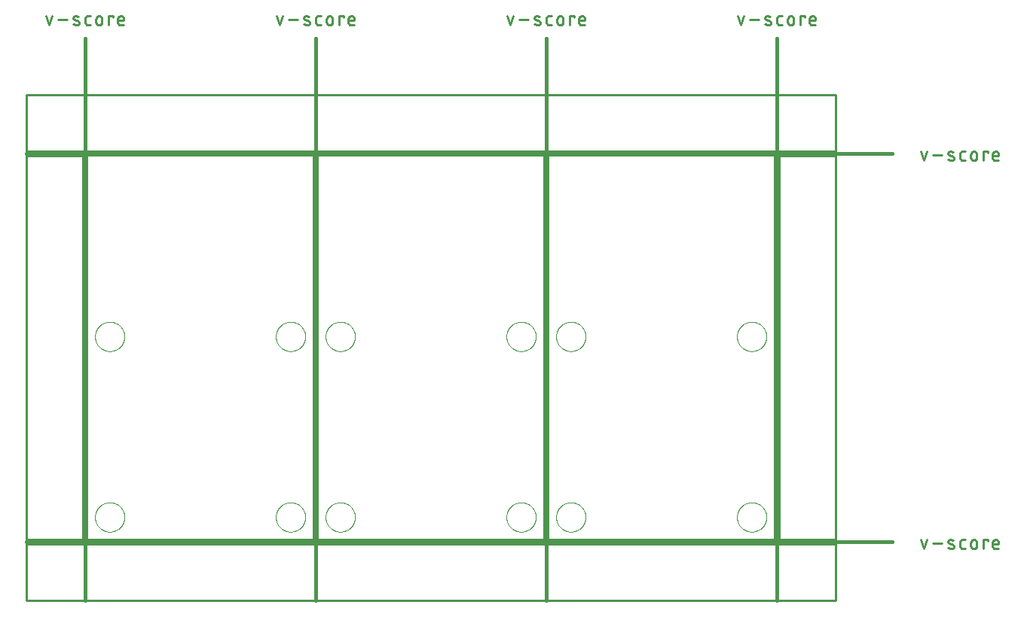
<source format=gko>
G75*
%MOIN*%
%OFA0B0*%
%FSLAX25Y25*%
%IPPOS*%
%LPD*%
%AMOC8*
5,1,8,0,0,1.08239X$1,22.5*
%
%ADD10C,0.00800*%
%ADD11C,0.01500*%
%ADD12C,0.01100*%
%ADD13C,0.01000*%
%ADD14C,0.00000*%
D10*
X0028750Y0028750D02*
X0028750Y0198750D01*
X0128750Y0198750D01*
X0128750Y0028750D01*
X0028750Y0028750D01*
X0130750Y0028750D02*
X0130750Y0198750D01*
X0230750Y0198750D01*
X0230750Y0028750D01*
X0130750Y0028750D01*
X0232750Y0028750D02*
X0232750Y0198750D01*
X0332750Y0198750D01*
X0332750Y0028750D01*
X0232750Y0028750D01*
D11*
X0231750Y0001750D02*
X0231750Y0250750D01*
X0333750Y0250750D02*
X0333750Y0001750D01*
X0384750Y0027750D02*
X0001750Y0027750D01*
X0027750Y0001750D02*
X0027750Y0250750D01*
X0001750Y0199750D02*
X0384750Y0199750D01*
X0129750Y0250750D02*
X0129750Y0001750D01*
D12*
X0397541Y0028733D02*
X0398852Y0024800D01*
X0400163Y0028733D01*
X0402834Y0027094D02*
X0406768Y0027094D01*
X0410136Y0027094D02*
X0411774Y0026439D01*
X0411775Y0026439D02*
X0411827Y0026416D01*
X0411878Y0026389D01*
X0411927Y0026359D01*
X0411974Y0026326D01*
X0412019Y0026290D01*
X0412061Y0026250D01*
X0412100Y0026208D01*
X0412136Y0026164D01*
X0412169Y0026117D01*
X0412199Y0026067D01*
X0412226Y0026016D01*
X0412249Y0025964D01*
X0412268Y0025910D01*
X0412284Y0025854D01*
X0412296Y0025798D01*
X0412304Y0025741D01*
X0412308Y0025684D01*
X0412309Y0025626D01*
X0412305Y0025569D01*
X0412298Y0025512D01*
X0412286Y0025455D01*
X0412271Y0025400D01*
X0412253Y0025345D01*
X0412230Y0025292D01*
X0412204Y0025241D01*
X0412175Y0025192D01*
X0412142Y0025144D01*
X0412106Y0025099D01*
X0412068Y0025057D01*
X0412026Y0025017D01*
X0411982Y0024980D01*
X0411935Y0024946D01*
X0411887Y0024915D01*
X0411836Y0024888D01*
X0411784Y0024864D01*
X0411730Y0024844D01*
X0411675Y0024828D01*
X0411619Y0024815D01*
X0411562Y0024806D01*
X0411504Y0024801D01*
X0411447Y0024800D01*
X0411938Y0028405D02*
X0411831Y0028451D01*
X0411722Y0028494D01*
X0411612Y0028534D01*
X0411500Y0028570D01*
X0411388Y0028602D01*
X0411274Y0028631D01*
X0411160Y0028657D01*
X0411045Y0028678D01*
X0410930Y0028697D01*
X0410813Y0028711D01*
X0410697Y0028722D01*
X0410580Y0028729D01*
X0410463Y0028733D01*
X0410463Y0028734D02*
X0410406Y0028733D01*
X0410348Y0028728D01*
X0410291Y0028719D01*
X0410235Y0028706D01*
X0410180Y0028690D01*
X0410126Y0028670D01*
X0410074Y0028646D01*
X0410023Y0028619D01*
X0409975Y0028588D01*
X0409928Y0028554D01*
X0409884Y0028517D01*
X0409842Y0028477D01*
X0409804Y0028435D01*
X0409768Y0028390D01*
X0409735Y0028342D01*
X0409706Y0028293D01*
X0409680Y0028242D01*
X0409657Y0028189D01*
X0409639Y0028134D01*
X0409624Y0028079D01*
X0409612Y0028022D01*
X0409605Y0027965D01*
X0409601Y0027908D01*
X0409602Y0027850D01*
X0409606Y0027793D01*
X0409614Y0027736D01*
X0409626Y0027680D01*
X0409642Y0027624D01*
X0409661Y0027570D01*
X0409684Y0027518D01*
X0409711Y0027467D01*
X0409741Y0027417D01*
X0409774Y0027370D01*
X0409810Y0027326D01*
X0409849Y0027284D01*
X0409891Y0027244D01*
X0409936Y0027208D01*
X0409983Y0027175D01*
X0410032Y0027145D01*
X0410083Y0027118D01*
X0410135Y0027095D01*
X0409644Y0025128D02*
X0409778Y0025082D01*
X0409913Y0025039D01*
X0410049Y0025000D01*
X0410186Y0024964D01*
X0410323Y0024932D01*
X0410462Y0024903D01*
X0410601Y0024877D01*
X0410741Y0024856D01*
X0410882Y0024837D01*
X0411022Y0024823D01*
X0411164Y0024812D01*
X0411305Y0024804D01*
X0411447Y0024801D01*
X0414988Y0025783D02*
X0414988Y0027750D01*
X0414990Y0027812D01*
X0414996Y0027873D01*
X0415005Y0027934D01*
X0415019Y0027994D01*
X0415036Y0028054D01*
X0415057Y0028112D01*
X0415082Y0028169D01*
X0415110Y0028224D01*
X0415141Y0028277D01*
X0415176Y0028328D01*
X0415214Y0028377D01*
X0415254Y0028423D01*
X0415298Y0028467D01*
X0415344Y0028507D01*
X0415393Y0028545D01*
X0415444Y0028580D01*
X0415497Y0028611D01*
X0415552Y0028639D01*
X0415609Y0028664D01*
X0415667Y0028685D01*
X0415727Y0028702D01*
X0415787Y0028716D01*
X0415848Y0028725D01*
X0415909Y0028731D01*
X0415971Y0028733D01*
X0417282Y0028733D01*
X0419695Y0027422D02*
X0419695Y0026111D01*
X0419696Y0026111D02*
X0419698Y0026040D01*
X0419704Y0025969D01*
X0419713Y0025899D01*
X0419727Y0025829D01*
X0419744Y0025760D01*
X0419765Y0025692D01*
X0419789Y0025626D01*
X0419817Y0025561D01*
X0419849Y0025497D01*
X0419884Y0025435D01*
X0419922Y0025375D01*
X0419963Y0025318D01*
X0420008Y0025262D01*
X0420055Y0025209D01*
X0420105Y0025159D01*
X0420158Y0025112D01*
X0420214Y0025067D01*
X0420271Y0025026D01*
X0420331Y0024988D01*
X0420393Y0024953D01*
X0420457Y0024921D01*
X0420522Y0024893D01*
X0420588Y0024869D01*
X0420656Y0024848D01*
X0420725Y0024831D01*
X0420795Y0024817D01*
X0420865Y0024808D01*
X0420936Y0024802D01*
X0421007Y0024800D01*
X0421078Y0024802D01*
X0421149Y0024808D01*
X0421219Y0024817D01*
X0421289Y0024831D01*
X0421358Y0024848D01*
X0421426Y0024869D01*
X0421492Y0024893D01*
X0421557Y0024921D01*
X0421621Y0024953D01*
X0421683Y0024988D01*
X0421743Y0025026D01*
X0421800Y0025067D01*
X0421856Y0025112D01*
X0421909Y0025159D01*
X0421959Y0025209D01*
X0422006Y0025262D01*
X0422051Y0025318D01*
X0422092Y0025375D01*
X0422130Y0025435D01*
X0422165Y0025497D01*
X0422197Y0025561D01*
X0422225Y0025626D01*
X0422249Y0025692D01*
X0422270Y0025760D01*
X0422287Y0025829D01*
X0422301Y0025899D01*
X0422310Y0025969D01*
X0422316Y0026040D01*
X0422318Y0026111D01*
X0422318Y0027422D01*
X0422316Y0027493D01*
X0422310Y0027564D01*
X0422301Y0027634D01*
X0422287Y0027704D01*
X0422270Y0027773D01*
X0422249Y0027841D01*
X0422225Y0027907D01*
X0422197Y0027972D01*
X0422165Y0028036D01*
X0422130Y0028098D01*
X0422092Y0028158D01*
X0422051Y0028215D01*
X0422006Y0028271D01*
X0421959Y0028324D01*
X0421909Y0028374D01*
X0421856Y0028421D01*
X0421800Y0028466D01*
X0421743Y0028507D01*
X0421683Y0028545D01*
X0421621Y0028580D01*
X0421557Y0028612D01*
X0421492Y0028640D01*
X0421426Y0028664D01*
X0421358Y0028685D01*
X0421289Y0028702D01*
X0421219Y0028716D01*
X0421149Y0028725D01*
X0421078Y0028731D01*
X0421007Y0028733D01*
X0420936Y0028731D01*
X0420865Y0028725D01*
X0420795Y0028716D01*
X0420725Y0028702D01*
X0420656Y0028685D01*
X0420588Y0028664D01*
X0420522Y0028640D01*
X0420457Y0028612D01*
X0420393Y0028580D01*
X0420331Y0028545D01*
X0420271Y0028507D01*
X0420214Y0028466D01*
X0420158Y0028421D01*
X0420105Y0028374D01*
X0420055Y0028324D01*
X0420008Y0028271D01*
X0419963Y0028215D01*
X0419922Y0028158D01*
X0419884Y0028098D01*
X0419849Y0028036D01*
X0419817Y0027972D01*
X0419789Y0027907D01*
X0419765Y0027841D01*
X0419744Y0027773D01*
X0419727Y0027704D01*
X0419713Y0027634D01*
X0419704Y0027564D01*
X0419698Y0027493D01*
X0419696Y0027422D01*
X0417282Y0024800D02*
X0415971Y0024800D01*
X0415909Y0024802D01*
X0415848Y0024808D01*
X0415787Y0024817D01*
X0415727Y0024831D01*
X0415667Y0024848D01*
X0415609Y0024869D01*
X0415552Y0024894D01*
X0415497Y0024922D01*
X0415444Y0024953D01*
X0415393Y0024988D01*
X0415344Y0025026D01*
X0415298Y0025066D01*
X0415254Y0025110D01*
X0415214Y0025156D01*
X0415176Y0025205D01*
X0415141Y0025256D01*
X0415110Y0025309D01*
X0415082Y0025364D01*
X0415057Y0025421D01*
X0415036Y0025479D01*
X0415019Y0025539D01*
X0415005Y0025599D01*
X0414996Y0025660D01*
X0414990Y0025721D01*
X0414988Y0025783D01*
X0425284Y0024800D02*
X0425284Y0028733D01*
X0427251Y0028733D01*
X0427251Y0028078D01*
X0429337Y0027422D02*
X0429337Y0025783D01*
X0429339Y0025721D01*
X0429345Y0025660D01*
X0429354Y0025599D01*
X0429368Y0025539D01*
X0429385Y0025479D01*
X0429406Y0025421D01*
X0429431Y0025364D01*
X0429459Y0025309D01*
X0429490Y0025256D01*
X0429525Y0025205D01*
X0429563Y0025156D01*
X0429603Y0025110D01*
X0429647Y0025066D01*
X0429693Y0025026D01*
X0429742Y0024988D01*
X0429793Y0024953D01*
X0429846Y0024922D01*
X0429901Y0024894D01*
X0429958Y0024869D01*
X0430016Y0024848D01*
X0430076Y0024831D01*
X0430136Y0024817D01*
X0430197Y0024808D01*
X0430258Y0024802D01*
X0430320Y0024800D01*
X0431959Y0024800D01*
X0431959Y0026767D02*
X0429337Y0026767D01*
X0429337Y0027422D02*
X0429339Y0027493D01*
X0429345Y0027564D01*
X0429354Y0027634D01*
X0429368Y0027704D01*
X0429385Y0027773D01*
X0429406Y0027841D01*
X0429430Y0027907D01*
X0429458Y0027972D01*
X0429490Y0028036D01*
X0429525Y0028098D01*
X0429563Y0028158D01*
X0429604Y0028215D01*
X0429649Y0028271D01*
X0429696Y0028324D01*
X0429746Y0028374D01*
X0429799Y0028421D01*
X0429855Y0028466D01*
X0429912Y0028507D01*
X0429972Y0028545D01*
X0430034Y0028580D01*
X0430098Y0028612D01*
X0430163Y0028640D01*
X0430229Y0028664D01*
X0430297Y0028685D01*
X0430366Y0028702D01*
X0430436Y0028716D01*
X0430506Y0028725D01*
X0430577Y0028731D01*
X0430648Y0028733D01*
X0430719Y0028731D01*
X0430790Y0028725D01*
X0430860Y0028716D01*
X0430930Y0028702D01*
X0430999Y0028685D01*
X0431067Y0028664D01*
X0431133Y0028640D01*
X0431198Y0028612D01*
X0431262Y0028580D01*
X0431324Y0028545D01*
X0431384Y0028507D01*
X0431441Y0028466D01*
X0431497Y0028421D01*
X0431550Y0028374D01*
X0431600Y0028324D01*
X0431647Y0028271D01*
X0431692Y0028215D01*
X0431733Y0028158D01*
X0431771Y0028098D01*
X0431806Y0028036D01*
X0431838Y0027972D01*
X0431866Y0027907D01*
X0431890Y0027841D01*
X0431911Y0027773D01*
X0431928Y0027704D01*
X0431942Y0027634D01*
X0431951Y0027564D01*
X0431957Y0027493D01*
X0431959Y0027422D01*
X0431959Y0026767D01*
X0431959Y0196800D02*
X0430320Y0196800D01*
X0430258Y0196802D01*
X0430197Y0196808D01*
X0430136Y0196817D01*
X0430076Y0196831D01*
X0430016Y0196848D01*
X0429958Y0196869D01*
X0429901Y0196894D01*
X0429846Y0196922D01*
X0429793Y0196953D01*
X0429742Y0196988D01*
X0429693Y0197026D01*
X0429647Y0197066D01*
X0429603Y0197110D01*
X0429563Y0197156D01*
X0429525Y0197205D01*
X0429490Y0197256D01*
X0429459Y0197309D01*
X0429431Y0197364D01*
X0429406Y0197421D01*
X0429385Y0197479D01*
X0429368Y0197539D01*
X0429354Y0197599D01*
X0429345Y0197660D01*
X0429339Y0197721D01*
X0429337Y0197783D01*
X0429337Y0199422D01*
X0429337Y0198767D02*
X0431959Y0198767D01*
X0431959Y0199422D01*
X0431957Y0199493D01*
X0431951Y0199564D01*
X0431942Y0199634D01*
X0431928Y0199704D01*
X0431911Y0199773D01*
X0431890Y0199841D01*
X0431866Y0199907D01*
X0431838Y0199972D01*
X0431806Y0200036D01*
X0431771Y0200098D01*
X0431733Y0200158D01*
X0431692Y0200215D01*
X0431647Y0200271D01*
X0431600Y0200324D01*
X0431550Y0200374D01*
X0431497Y0200421D01*
X0431441Y0200466D01*
X0431384Y0200507D01*
X0431324Y0200545D01*
X0431262Y0200580D01*
X0431198Y0200612D01*
X0431133Y0200640D01*
X0431067Y0200664D01*
X0430999Y0200685D01*
X0430930Y0200702D01*
X0430860Y0200716D01*
X0430790Y0200725D01*
X0430719Y0200731D01*
X0430648Y0200733D01*
X0430577Y0200731D01*
X0430506Y0200725D01*
X0430436Y0200716D01*
X0430366Y0200702D01*
X0430297Y0200685D01*
X0430229Y0200664D01*
X0430163Y0200640D01*
X0430098Y0200612D01*
X0430034Y0200580D01*
X0429972Y0200545D01*
X0429912Y0200507D01*
X0429855Y0200466D01*
X0429799Y0200421D01*
X0429746Y0200374D01*
X0429696Y0200324D01*
X0429649Y0200271D01*
X0429604Y0200215D01*
X0429563Y0200158D01*
X0429525Y0200098D01*
X0429490Y0200036D01*
X0429458Y0199972D01*
X0429430Y0199907D01*
X0429406Y0199841D01*
X0429385Y0199773D01*
X0429368Y0199704D01*
X0429354Y0199634D01*
X0429345Y0199564D01*
X0429339Y0199493D01*
X0429337Y0199422D01*
X0427251Y0200078D02*
X0427251Y0200733D01*
X0425284Y0200733D01*
X0425284Y0196800D01*
X0422318Y0198111D02*
X0422318Y0199422D01*
X0422316Y0199493D01*
X0422310Y0199564D01*
X0422301Y0199634D01*
X0422287Y0199704D01*
X0422270Y0199773D01*
X0422249Y0199841D01*
X0422225Y0199907D01*
X0422197Y0199972D01*
X0422165Y0200036D01*
X0422130Y0200098D01*
X0422092Y0200158D01*
X0422051Y0200215D01*
X0422006Y0200271D01*
X0421959Y0200324D01*
X0421909Y0200374D01*
X0421856Y0200421D01*
X0421800Y0200466D01*
X0421743Y0200507D01*
X0421683Y0200545D01*
X0421621Y0200580D01*
X0421557Y0200612D01*
X0421492Y0200640D01*
X0421426Y0200664D01*
X0421358Y0200685D01*
X0421289Y0200702D01*
X0421219Y0200716D01*
X0421149Y0200725D01*
X0421078Y0200731D01*
X0421007Y0200733D01*
X0420936Y0200731D01*
X0420865Y0200725D01*
X0420795Y0200716D01*
X0420725Y0200702D01*
X0420656Y0200685D01*
X0420588Y0200664D01*
X0420522Y0200640D01*
X0420457Y0200612D01*
X0420393Y0200580D01*
X0420331Y0200545D01*
X0420271Y0200507D01*
X0420214Y0200466D01*
X0420158Y0200421D01*
X0420105Y0200374D01*
X0420055Y0200324D01*
X0420008Y0200271D01*
X0419963Y0200215D01*
X0419922Y0200158D01*
X0419884Y0200098D01*
X0419849Y0200036D01*
X0419817Y0199972D01*
X0419789Y0199907D01*
X0419765Y0199841D01*
X0419744Y0199773D01*
X0419727Y0199704D01*
X0419713Y0199634D01*
X0419704Y0199564D01*
X0419698Y0199493D01*
X0419696Y0199422D01*
X0419695Y0199422D02*
X0419695Y0198111D01*
X0419696Y0198111D02*
X0419698Y0198040D01*
X0419704Y0197969D01*
X0419713Y0197899D01*
X0419727Y0197829D01*
X0419744Y0197760D01*
X0419765Y0197692D01*
X0419789Y0197626D01*
X0419817Y0197561D01*
X0419849Y0197497D01*
X0419884Y0197435D01*
X0419922Y0197375D01*
X0419963Y0197318D01*
X0420008Y0197262D01*
X0420055Y0197209D01*
X0420105Y0197159D01*
X0420158Y0197112D01*
X0420214Y0197067D01*
X0420271Y0197026D01*
X0420331Y0196988D01*
X0420393Y0196953D01*
X0420457Y0196921D01*
X0420522Y0196893D01*
X0420588Y0196869D01*
X0420656Y0196848D01*
X0420725Y0196831D01*
X0420795Y0196817D01*
X0420865Y0196808D01*
X0420936Y0196802D01*
X0421007Y0196800D01*
X0421078Y0196802D01*
X0421149Y0196808D01*
X0421219Y0196817D01*
X0421289Y0196831D01*
X0421358Y0196848D01*
X0421426Y0196869D01*
X0421492Y0196893D01*
X0421557Y0196921D01*
X0421621Y0196953D01*
X0421683Y0196988D01*
X0421743Y0197026D01*
X0421800Y0197067D01*
X0421856Y0197112D01*
X0421909Y0197159D01*
X0421959Y0197209D01*
X0422006Y0197262D01*
X0422051Y0197318D01*
X0422092Y0197375D01*
X0422130Y0197435D01*
X0422165Y0197497D01*
X0422197Y0197561D01*
X0422225Y0197626D01*
X0422249Y0197692D01*
X0422270Y0197760D01*
X0422287Y0197829D01*
X0422301Y0197899D01*
X0422310Y0197969D01*
X0422316Y0198040D01*
X0422318Y0198111D01*
X0417282Y0196800D02*
X0415971Y0196800D01*
X0415909Y0196802D01*
X0415848Y0196808D01*
X0415787Y0196817D01*
X0415727Y0196831D01*
X0415667Y0196848D01*
X0415609Y0196869D01*
X0415552Y0196894D01*
X0415497Y0196922D01*
X0415444Y0196953D01*
X0415393Y0196988D01*
X0415344Y0197026D01*
X0415298Y0197066D01*
X0415254Y0197110D01*
X0415214Y0197156D01*
X0415176Y0197205D01*
X0415141Y0197256D01*
X0415110Y0197309D01*
X0415082Y0197364D01*
X0415057Y0197421D01*
X0415036Y0197479D01*
X0415019Y0197539D01*
X0415005Y0197599D01*
X0414996Y0197660D01*
X0414990Y0197721D01*
X0414988Y0197783D01*
X0414988Y0199750D01*
X0414990Y0199812D01*
X0414996Y0199873D01*
X0415005Y0199934D01*
X0415019Y0199994D01*
X0415036Y0200054D01*
X0415057Y0200112D01*
X0415082Y0200169D01*
X0415110Y0200224D01*
X0415141Y0200277D01*
X0415176Y0200328D01*
X0415214Y0200377D01*
X0415254Y0200423D01*
X0415298Y0200467D01*
X0415344Y0200507D01*
X0415393Y0200545D01*
X0415444Y0200580D01*
X0415497Y0200611D01*
X0415552Y0200639D01*
X0415609Y0200664D01*
X0415667Y0200685D01*
X0415727Y0200702D01*
X0415787Y0200716D01*
X0415848Y0200725D01*
X0415909Y0200731D01*
X0415971Y0200733D01*
X0417282Y0200733D01*
X0411774Y0198439D02*
X0410136Y0199094D01*
X0410135Y0199095D02*
X0410083Y0199118D01*
X0410032Y0199145D01*
X0409983Y0199175D01*
X0409936Y0199208D01*
X0409891Y0199244D01*
X0409849Y0199284D01*
X0409810Y0199326D01*
X0409774Y0199370D01*
X0409741Y0199417D01*
X0409711Y0199467D01*
X0409684Y0199518D01*
X0409661Y0199570D01*
X0409642Y0199624D01*
X0409626Y0199680D01*
X0409614Y0199736D01*
X0409606Y0199793D01*
X0409602Y0199850D01*
X0409601Y0199908D01*
X0409605Y0199965D01*
X0409612Y0200022D01*
X0409624Y0200079D01*
X0409639Y0200134D01*
X0409657Y0200189D01*
X0409680Y0200242D01*
X0409706Y0200293D01*
X0409735Y0200342D01*
X0409768Y0200390D01*
X0409804Y0200435D01*
X0409842Y0200477D01*
X0409884Y0200517D01*
X0409928Y0200554D01*
X0409975Y0200588D01*
X0410023Y0200619D01*
X0410074Y0200646D01*
X0410126Y0200670D01*
X0410180Y0200690D01*
X0410235Y0200706D01*
X0410291Y0200719D01*
X0410348Y0200728D01*
X0410406Y0200733D01*
X0410463Y0200734D01*
X0409644Y0197128D02*
X0409778Y0197082D01*
X0409913Y0197039D01*
X0410049Y0197000D01*
X0410186Y0196964D01*
X0410323Y0196932D01*
X0410462Y0196903D01*
X0410601Y0196877D01*
X0410741Y0196856D01*
X0410882Y0196837D01*
X0411022Y0196823D01*
X0411164Y0196812D01*
X0411305Y0196804D01*
X0411447Y0196801D01*
X0411447Y0196800D02*
X0411504Y0196801D01*
X0411562Y0196806D01*
X0411619Y0196815D01*
X0411675Y0196828D01*
X0411730Y0196844D01*
X0411784Y0196864D01*
X0411836Y0196888D01*
X0411887Y0196915D01*
X0411935Y0196946D01*
X0411982Y0196980D01*
X0412026Y0197017D01*
X0412068Y0197057D01*
X0412106Y0197099D01*
X0412142Y0197144D01*
X0412175Y0197192D01*
X0412204Y0197241D01*
X0412230Y0197292D01*
X0412253Y0197345D01*
X0412271Y0197400D01*
X0412286Y0197455D01*
X0412298Y0197512D01*
X0412305Y0197569D01*
X0412309Y0197626D01*
X0412308Y0197684D01*
X0412304Y0197741D01*
X0412296Y0197798D01*
X0412284Y0197854D01*
X0412268Y0197910D01*
X0412249Y0197964D01*
X0412226Y0198016D01*
X0412199Y0198067D01*
X0412169Y0198117D01*
X0412136Y0198164D01*
X0412100Y0198208D01*
X0412061Y0198250D01*
X0412019Y0198290D01*
X0411974Y0198326D01*
X0411927Y0198359D01*
X0411878Y0198389D01*
X0411827Y0198416D01*
X0411775Y0198439D01*
X0411938Y0200405D02*
X0411831Y0200451D01*
X0411722Y0200494D01*
X0411612Y0200534D01*
X0411500Y0200570D01*
X0411388Y0200602D01*
X0411274Y0200631D01*
X0411160Y0200657D01*
X0411045Y0200678D01*
X0410930Y0200697D01*
X0410813Y0200711D01*
X0410697Y0200722D01*
X0410580Y0200729D01*
X0410463Y0200733D01*
X0406768Y0199094D02*
X0402834Y0199094D01*
X0400163Y0200733D02*
X0398852Y0196800D01*
X0397541Y0200733D01*
X0350959Y0256800D02*
X0349320Y0256800D01*
X0349258Y0256802D01*
X0349197Y0256808D01*
X0349136Y0256817D01*
X0349076Y0256831D01*
X0349016Y0256848D01*
X0348958Y0256869D01*
X0348901Y0256894D01*
X0348846Y0256922D01*
X0348793Y0256953D01*
X0348742Y0256988D01*
X0348693Y0257026D01*
X0348647Y0257066D01*
X0348603Y0257110D01*
X0348563Y0257156D01*
X0348525Y0257205D01*
X0348490Y0257256D01*
X0348459Y0257309D01*
X0348431Y0257364D01*
X0348406Y0257421D01*
X0348385Y0257479D01*
X0348368Y0257539D01*
X0348354Y0257599D01*
X0348345Y0257660D01*
X0348339Y0257721D01*
X0348337Y0257783D01*
X0348337Y0259422D01*
X0348337Y0258767D02*
X0350959Y0258767D01*
X0350959Y0259422D01*
X0350957Y0259493D01*
X0350951Y0259564D01*
X0350942Y0259634D01*
X0350928Y0259704D01*
X0350911Y0259773D01*
X0350890Y0259841D01*
X0350866Y0259907D01*
X0350838Y0259972D01*
X0350806Y0260036D01*
X0350771Y0260098D01*
X0350733Y0260158D01*
X0350692Y0260215D01*
X0350647Y0260271D01*
X0350600Y0260324D01*
X0350550Y0260374D01*
X0350497Y0260421D01*
X0350441Y0260466D01*
X0350384Y0260507D01*
X0350324Y0260545D01*
X0350262Y0260580D01*
X0350198Y0260612D01*
X0350133Y0260640D01*
X0350067Y0260664D01*
X0349999Y0260685D01*
X0349930Y0260702D01*
X0349860Y0260716D01*
X0349790Y0260725D01*
X0349719Y0260731D01*
X0349648Y0260733D01*
X0349577Y0260731D01*
X0349506Y0260725D01*
X0349436Y0260716D01*
X0349366Y0260702D01*
X0349297Y0260685D01*
X0349229Y0260664D01*
X0349163Y0260640D01*
X0349098Y0260612D01*
X0349034Y0260580D01*
X0348972Y0260545D01*
X0348912Y0260507D01*
X0348855Y0260466D01*
X0348799Y0260421D01*
X0348746Y0260374D01*
X0348696Y0260324D01*
X0348649Y0260271D01*
X0348604Y0260215D01*
X0348563Y0260158D01*
X0348525Y0260098D01*
X0348490Y0260036D01*
X0348458Y0259972D01*
X0348430Y0259907D01*
X0348406Y0259841D01*
X0348385Y0259773D01*
X0348368Y0259704D01*
X0348354Y0259634D01*
X0348345Y0259564D01*
X0348339Y0259493D01*
X0348337Y0259422D01*
X0346251Y0260078D02*
X0346251Y0260733D01*
X0344284Y0260733D01*
X0344284Y0256800D01*
X0341318Y0258111D02*
X0341318Y0259422D01*
X0341316Y0259493D01*
X0341310Y0259564D01*
X0341301Y0259634D01*
X0341287Y0259704D01*
X0341270Y0259773D01*
X0341249Y0259841D01*
X0341225Y0259907D01*
X0341197Y0259972D01*
X0341165Y0260036D01*
X0341130Y0260098D01*
X0341092Y0260158D01*
X0341051Y0260215D01*
X0341006Y0260271D01*
X0340959Y0260324D01*
X0340909Y0260374D01*
X0340856Y0260421D01*
X0340800Y0260466D01*
X0340743Y0260507D01*
X0340683Y0260545D01*
X0340621Y0260580D01*
X0340557Y0260612D01*
X0340492Y0260640D01*
X0340426Y0260664D01*
X0340358Y0260685D01*
X0340289Y0260702D01*
X0340219Y0260716D01*
X0340149Y0260725D01*
X0340078Y0260731D01*
X0340007Y0260733D01*
X0339936Y0260731D01*
X0339865Y0260725D01*
X0339795Y0260716D01*
X0339725Y0260702D01*
X0339656Y0260685D01*
X0339588Y0260664D01*
X0339522Y0260640D01*
X0339457Y0260612D01*
X0339393Y0260580D01*
X0339331Y0260545D01*
X0339271Y0260507D01*
X0339214Y0260466D01*
X0339158Y0260421D01*
X0339105Y0260374D01*
X0339055Y0260324D01*
X0339008Y0260271D01*
X0338963Y0260215D01*
X0338922Y0260158D01*
X0338884Y0260098D01*
X0338849Y0260036D01*
X0338817Y0259972D01*
X0338789Y0259907D01*
X0338765Y0259841D01*
X0338744Y0259773D01*
X0338727Y0259704D01*
X0338713Y0259634D01*
X0338704Y0259564D01*
X0338698Y0259493D01*
X0338696Y0259422D01*
X0338695Y0259422D02*
X0338695Y0258111D01*
X0338696Y0258111D02*
X0338698Y0258040D01*
X0338704Y0257969D01*
X0338713Y0257899D01*
X0338727Y0257829D01*
X0338744Y0257760D01*
X0338765Y0257692D01*
X0338789Y0257626D01*
X0338817Y0257561D01*
X0338849Y0257497D01*
X0338884Y0257435D01*
X0338922Y0257375D01*
X0338963Y0257318D01*
X0339008Y0257262D01*
X0339055Y0257209D01*
X0339105Y0257159D01*
X0339158Y0257112D01*
X0339214Y0257067D01*
X0339271Y0257026D01*
X0339331Y0256988D01*
X0339393Y0256953D01*
X0339457Y0256921D01*
X0339522Y0256893D01*
X0339588Y0256869D01*
X0339656Y0256848D01*
X0339725Y0256831D01*
X0339795Y0256817D01*
X0339865Y0256808D01*
X0339936Y0256802D01*
X0340007Y0256800D01*
X0340078Y0256802D01*
X0340149Y0256808D01*
X0340219Y0256817D01*
X0340289Y0256831D01*
X0340358Y0256848D01*
X0340426Y0256869D01*
X0340492Y0256893D01*
X0340557Y0256921D01*
X0340621Y0256953D01*
X0340683Y0256988D01*
X0340743Y0257026D01*
X0340800Y0257067D01*
X0340856Y0257112D01*
X0340909Y0257159D01*
X0340959Y0257209D01*
X0341006Y0257262D01*
X0341051Y0257318D01*
X0341092Y0257375D01*
X0341130Y0257435D01*
X0341165Y0257497D01*
X0341197Y0257561D01*
X0341225Y0257626D01*
X0341249Y0257692D01*
X0341270Y0257760D01*
X0341287Y0257829D01*
X0341301Y0257899D01*
X0341310Y0257969D01*
X0341316Y0258040D01*
X0341318Y0258111D01*
X0336282Y0256800D02*
X0334971Y0256800D01*
X0334909Y0256802D01*
X0334848Y0256808D01*
X0334787Y0256817D01*
X0334727Y0256831D01*
X0334667Y0256848D01*
X0334609Y0256869D01*
X0334552Y0256894D01*
X0334497Y0256922D01*
X0334444Y0256953D01*
X0334393Y0256988D01*
X0334344Y0257026D01*
X0334298Y0257066D01*
X0334254Y0257110D01*
X0334214Y0257156D01*
X0334176Y0257205D01*
X0334141Y0257256D01*
X0334110Y0257309D01*
X0334082Y0257364D01*
X0334057Y0257421D01*
X0334036Y0257479D01*
X0334019Y0257539D01*
X0334005Y0257599D01*
X0333996Y0257660D01*
X0333990Y0257721D01*
X0333988Y0257783D01*
X0333988Y0259750D01*
X0333990Y0259812D01*
X0333996Y0259873D01*
X0334005Y0259934D01*
X0334019Y0259994D01*
X0334036Y0260054D01*
X0334057Y0260112D01*
X0334082Y0260169D01*
X0334110Y0260224D01*
X0334141Y0260277D01*
X0334176Y0260328D01*
X0334214Y0260377D01*
X0334254Y0260423D01*
X0334298Y0260467D01*
X0334344Y0260507D01*
X0334393Y0260545D01*
X0334444Y0260580D01*
X0334497Y0260611D01*
X0334552Y0260639D01*
X0334609Y0260664D01*
X0334667Y0260685D01*
X0334727Y0260702D01*
X0334787Y0260716D01*
X0334848Y0260725D01*
X0334909Y0260731D01*
X0334971Y0260733D01*
X0336282Y0260733D01*
X0330774Y0258439D02*
X0329136Y0259094D01*
X0329135Y0259095D02*
X0329083Y0259118D01*
X0329032Y0259145D01*
X0328983Y0259175D01*
X0328936Y0259208D01*
X0328891Y0259244D01*
X0328849Y0259284D01*
X0328810Y0259326D01*
X0328774Y0259370D01*
X0328741Y0259417D01*
X0328711Y0259467D01*
X0328684Y0259518D01*
X0328661Y0259570D01*
X0328642Y0259624D01*
X0328626Y0259680D01*
X0328614Y0259736D01*
X0328606Y0259793D01*
X0328602Y0259850D01*
X0328601Y0259908D01*
X0328605Y0259965D01*
X0328612Y0260022D01*
X0328624Y0260079D01*
X0328639Y0260134D01*
X0328657Y0260189D01*
X0328680Y0260242D01*
X0328706Y0260293D01*
X0328735Y0260342D01*
X0328768Y0260390D01*
X0328804Y0260435D01*
X0328842Y0260477D01*
X0328884Y0260517D01*
X0328928Y0260554D01*
X0328975Y0260588D01*
X0329023Y0260619D01*
X0329074Y0260646D01*
X0329126Y0260670D01*
X0329180Y0260690D01*
X0329235Y0260706D01*
X0329291Y0260719D01*
X0329348Y0260728D01*
X0329406Y0260733D01*
X0329463Y0260734D01*
X0328644Y0257128D02*
X0328778Y0257082D01*
X0328913Y0257039D01*
X0329049Y0257000D01*
X0329186Y0256964D01*
X0329323Y0256932D01*
X0329462Y0256903D01*
X0329601Y0256877D01*
X0329741Y0256856D01*
X0329882Y0256837D01*
X0330022Y0256823D01*
X0330164Y0256812D01*
X0330305Y0256804D01*
X0330447Y0256801D01*
X0330447Y0256800D02*
X0330504Y0256801D01*
X0330562Y0256806D01*
X0330619Y0256815D01*
X0330675Y0256828D01*
X0330730Y0256844D01*
X0330784Y0256864D01*
X0330836Y0256888D01*
X0330887Y0256915D01*
X0330935Y0256946D01*
X0330982Y0256980D01*
X0331026Y0257017D01*
X0331068Y0257057D01*
X0331106Y0257099D01*
X0331142Y0257144D01*
X0331175Y0257192D01*
X0331204Y0257241D01*
X0331230Y0257292D01*
X0331253Y0257345D01*
X0331271Y0257400D01*
X0331286Y0257455D01*
X0331298Y0257512D01*
X0331305Y0257569D01*
X0331309Y0257626D01*
X0331308Y0257684D01*
X0331304Y0257741D01*
X0331296Y0257798D01*
X0331284Y0257854D01*
X0331268Y0257910D01*
X0331249Y0257964D01*
X0331226Y0258016D01*
X0331199Y0258067D01*
X0331169Y0258117D01*
X0331136Y0258164D01*
X0331100Y0258208D01*
X0331061Y0258250D01*
X0331019Y0258290D01*
X0330974Y0258326D01*
X0330927Y0258359D01*
X0330878Y0258389D01*
X0330827Y0258416D01*
X0330775Y0258439D01*
X0330938Y0260405D02*
X0330831Y0260451D01*
X0330722Y0260494D01*
X0330612Y0260534D01*
X0330500Y0260570D01*
X0330388Y0260602D01*
X0330274Y0260631D01*
X0330160Y0260657D01*
X0330045Y0260678D01*
X0329930Y0260697D01*
X0329813Y0260711D01*
X0329697Y0260722D01*
X0329580Y0260729D01*
X0329463Y0260733D01*
X0325768Y0259094D02*
X0321834Y0259094D01*
X0319163Y0260733D02*
X0317852Y0256800D01*
X0316541Y0260733D01*
X0248959Y0259422D02*
X0248959Y0258767D01*
X0246337Y0258767D01*
X0246337Y0259422D02*
X0246337Y0257783D01*
X0246339Y0257721D01*
X0246345Y0257660D01*
X0246354Y0257599D01*
X0246368Y0257539D01*
X0246385Y0257479D01*
X0246406Y0257421D01*
X0246431Y0257364D01*
X0246459Y0257309D01*
X0246490Y0257256D01*
X0246525Y0257205D01*
X0246563Y0257156D01*
X0246603Y0257110D01*
X0246647Y0257066D01*
X0246693Y0257026D01*
X0246742Y0256988D01*
X0246793Y0256953D01*
X0246846Y0256922D01*
X0246901Y0256894D01*
X0246958Y0256869D01*
X0247016Y0256848D01*
X0247076Y0256831D01*
X0247136Y0256817D01*
X0247197Y0256808D01*
X0247258Y0256802D01*
X0247320Y0256800D01*
X0248959Y0256800D01*
X0248959Y0259422D02*
X0248957Y0259493D01*
X0248951Y0259564D01*
X0248942Y0259634D01*
X0248928Y0259704D01*
X0248911Y0259773D01*
X0248890Y0259841D01*
X0248866Y0259907D01*
X0248838Y0259972D01*
X0248806Y0260036D01*
X0248771Y0260098D01*
X0248733Y0260158D01*
X0248692Y0260215D01*
X0248647Y0260271D01*
X0248600Y0260324D01*
X0248550Y0260374D01*
X0248497Y0260421D01*
X0248441Y0260466D01*
X0248384Y0260507D01*
X0248324Y0260545D01*
X0248262Y0260580D01*
X0248198Y0260612D01*
X0248133Y0260640D01*
X0248067Y0260664D01*
X0247999Y0260685D01*
X0247930Y0260702D01*
X0247860Y0260716D01*
X0247790Y0260725D01*
X0247719Y0260731D01*
X0247648Y0260733D01*
X0247577Y0260731D01*
X0247506Y0260725D01*
X0247436Y0260716D01*
X0247366Y0260702D01*
X0247297Y0260685D01*
X0247229Y0260664D01*
X0247163Y0260640D01*
X0247098Y0260612D01*
X0247034Y0260580D01*
X0246972Y0260545D01*
X0246912Y0260507D01*
X0246855Y0260466D01*
X0246799Y0260421D01*
X0246746Y0260374D01*
X0246696Y0260324D01*
X0246649Y0260271D01*
X0246604Y0260215D01*
X0246563Y0260158D01*
X0246525Y0260098D01*
X0246490Y0260036D01*
X0246458Y0259972D01*
X0246430Y0259907D01*
X0246406Y0259841D01*
X0246385Y0259773D01*
X0246368Y0259704D01*
X0246354Y0259634D01*
X0246345Y0259564D01*
X0246339Y0259493D01*
X0246337Y0259422D01*
X0244251Y0260078D02*
X0244251Y0260733D01*
X0242284Y0260733D01*
X0242284Y0256800D01*
X0239318Y0258111D02*
X0239318Y0259422D01*
X0239316Y0259493D01*
X0239310Y0259564D01*
X0239301Y0259634D01*
X0239287Y0259704D01*
X0239270Y0259773D01*
X0239249Y0259841D01*
X0239225Y0259907D01*
X0239197Y0259972D01*
X0239165Y0260036D01*
X0239130Y0260098D01*
X0239092Y0260158D01*
X0239051Y0260215D01*
X0239006Y0260271D01*
X0238959Y0260324D01*
X0238909Y0260374D01*
X0238856Y0260421D01*
X0238800Y0260466D01*
X0238743Y0260507D01*
X0238683Y0260545D01*
X0238621Y0260580D01*
X0238557Y0260612D01*
X0238492Y0260640D01*
X0238426Y0260664D01*
X0238358Y0260685D01*
X0238289Y0260702D01*
X0238219Y0260716D01*
X0238149Y0260725D01*
X0238078Y0260731D01*
X0238007Y0260733D01*
X0237936Y0260731D01*
X0237865Y0260725D01*
X0237795Y0260716D01*
X0237725Y0260702D01*
X0237656Y0260685D01*
X0237588Y0260664D01*
X0237522Y0260640D01*
X0237457Y0260612D01*
X0237393Y0260580D01*
X0237331Y0260545D01*
X0237271Y0260507D01*
X0237214Y0260466D01*
X0237158Y0260421D01*
X0237105Y0260374D01*
X0237055Y0260324D01*
X0237008Y0260271D01*
X0236963Y0260215D01*
X0236922Y0260158D01*
X0236884Y0260098D01*
X0236849Y0260036D01*
X0236817Y0259972D01*
X0236789Y0259907D01*
X0236765Y0259841D01*
X0236744Y0259773D01*
X0236727Y0259704D01*
X0236713Y0259634D01*
X0236704Y0259564D01*
X0236698Y0259493D01*
X0236696Y0259422D01*
X0236695Y0259422D02*
X0236695Y0258111D01*
X0236696Y0258111D02*
X0236698Y0258040D01*
X0236704Y0257969D01*
X0236713Y0257899D01*
X0236727Y0257829D01*
X0236744Y0257760D01*
X0236765Y0257692D01*
X0236789Y0257626D01*
X0236817Y0257561D01*
X0236849Y0257497D01*
X0236884Y0257435D01*
X0236922Y0257375D01*
X0236963Y0257318D01*
X0237008Y0257262D01*
X0237055Y0257209D01*
X0237105Y0257159D01*
X0237158Y0257112D01*
X0237214Y0257067D01*
X0237271Y0257026D01*
X0237331Y0256988D01*
X0237393Y0256953D01*
X0237457Y0256921D01*
X0237522Y0256893D01*
X0237588Y0256869D01*
X0237656Y0256848D01*
X0237725Y0256831D01*
X0237795Y0256817D01*
X0237865Y0256808D01*
X0237936Y0256802D01*
X0238007Y0256800D01*
X0238078Y0256802D01*
X0238149Y0256808D01*
X0238219Y0256817D01*
X0238289Y0256831D01*
X0238358Y0256848D01*
X0238426Y0256869D01*
X0238492Y0256893D01*
X0238557Y0256921D01*
X0238621Y0256953D01*
X0238683Y0256988D01*
X0238743Y0257026D01*
X0238800Y0257067D01*
X0238856Y0257112D01*
X0238909Y0257159D01*
X0238959Y0257209D01*
X0239006Y0257262D01*
X0239051Y0257318D01*
X0239092Y0257375D01*
X0239130Y0257435D01*
X0239165Y0257497D01*
X0239197Y0257561D01*
X0239225Y0257626D01*
X0239249Y0257692D01*
X0239270Y0257760D01*
X0239287Y0257829D01*
X0239301Y0257899D01*
X0239310Y0257969D01*
X0239316Y0258040D01*
X0239318Y0258111D01*
X0234282Y0256800D02*
X0232971Y0256800D01*
X0232909Y0256802D01*
X0232848Y0256808D01*
X0232787Y0256817D01*
X0232727Y0256831D01*
X0232667Y0256848D01*
X0232609Y0256869D01*
X0232552Y0256894D01*
X0232497Y0256922D01*
X0232444Y0256953D01*
X0232393Y0256988D01*
X0232344Y0257026D01*
X0232298Y0257066D01*
X0232254Y0257110D01*
X0232214Y0257156D01*
X0232176Y0257205D01*
X0232141Y0257256D01*
X0232110Y0257309D01*
X0232082Y0257364D01*
X0232057Y0257421D01*
X0232036Y0257479D01*
X0232019Y0257539D01*
X0232005Y0257599D01*
X0231996Y0257660D01*
X0231990Y0257721D01*
X0231988Y0257783D01*
X0231988Y0259750D01*
X0231990Y0259812D01*
X0231996Y0259873D01*
X0232005Y0259934D01*
X0232019Y0259994D01*
X0232036Y0260054D01*
X0232057Y0260112D01*
X0232082Y0260169D01*
X0232110Y0260224D01*
X0232141Y0260277D01*
X0232176Y0260328D01*
X0232214Y0260377D01*
X0232254Y0260423D01*
X0232298Y0260467D01*
X0232344Y0260507D01*
X0232393Y0260545D01*
X0232444Y0260580D01*
X0232497Y0260611D01*
X0232552Y0260639D01*
X0232609Y0260664D01*
X0232667Y0260685D01*
X0232727Y0260702D01*
X0232787Y0260716D01*
X0232848Y0260725D01*
X0232909Y0260731D01*
X0232971Y0260733D01*
X0234282Y0260733D01*
X0228774Y0258439D02*
X0227136Y0259094D01*
X0227135Y0259095D02*
X0227083Y0259118D01*
X0227032Y0259145D01*
X0226983Y0259175D01*
X0226936Y0259208D01*
X0226891Y0259244D01*
X0226849Y0259284D01*
X0226810Y0259326D01*
X0226774Y0259370D01*
X0226741Y0259417D01*
X0226711Y0259467D01*
X0226684Y0259518D01*
X0226661Y0259570D01*
X0226642Y0259624D01*
X0226626Y0259680D01*
X0226614Y0259736D01*
X0226606Y0259793D01*
X0226602Y0259850D01*
X0226601Y0259908D01*
X0226605Y0259965D01*
X0226612Y0260022D01*
X0226624Y0260079D01*
X0226639Y0260134D01*
X0226657Y0260189D01*
X0226680Y0260242D01*
X0226706Y0260293D01*
X0226735Y0260342D01*
X0226768Y0260390D01*
X0226804Y0260435D01*
X0226842Y0260477D01*
X0226884Y0260517D01*
X0226928Y0260554D01*
X0226975Y0260588D01*
X0227023Y0260619D01*
X0227074Y0260646D01*
X0227126Y0260670D01*
X0227180Y0260690D01*
X0227235Y0260706D01*
X0227291Y0260719D01*
X0227348Y0260728D01*
X0227406Y0260733D01*
X0227463Y0260734D01*
X0226644Y0257128D02*
X0226778Y0257082D01*
X0226913Y0257039D01*
X0227049Y0257000D01*
X0227186Y0256964D01*
X0227323Y0256932D01*
X0227462Y0256903D01*
X0227601Y0256877D01*
X0227741Y0256856D01*
X0227882Y0256837D01*
X0228022Y0256823D01*
X0228164Y0256812D01*
X0228305Y0256804D01*
X0228447Y0256801D01*
X0228447Y0256800D02*
X0228504Y0256801D01*
X0228562Y0256806D01*
X0228619Y0256815D01*
X0228675Y0256828D01*
X0228730Y0256844D01*
X0228784Y0256864D01*
X0228836Y0256888D01*
X0228887Y0256915D01*
X0228935Y0256946D01*
X0228982Y0256980D01*
X0229026Y0257017D01*
X0229068Y0257057D01*
X0229106Y0257099D01*
X0229142Y0257144D01*
X0229175Y0257192D01*
X0229204Y0257241D01*
X0229230Y0257292D01*
X0229253Y0257345D01*
X0229271Y0257400D01*
X0229286Y0257455D01*
X0229298Y0257512D01*
X0229305Y0257569D01*
X0229309Y0257626D01*
X0229308Y0257684D01*
X0229304Y0257741D01*
X0229296Y0257798D01*
X0229284Y0257854D01*
X0229268Y0257910D01*
X0229249Y0257964D01*
X0229226Y0258016D01*
X0229199Y0258067D01*
X0229169Y0258117D01*
X0229136Y0258164D01*
X0229100Y0258208D01*
X0229061Y0258250D01*
X0229019Y0258290D01*
X0228974Y0258326D01*
X0228927Y0258359D01*
X0228878Y0258389D01*
X0228827Y0258416D01*
X0228775Y0258439D01*
X0228938Y0260405D02*
X0228831Y0260451D01*
X0228722Y0260494D01*
X0228612Y0260534D01*
X0228500Y0260570D01*
X0228388Y0260602D01*
X0228274Y0260631D01*
X0228160Y0260657D01*
X0228045Y0260678D01*
X0227930Y0260697D01*
X0227813Y0260711D01*
X0227697Y0260722D01*
X0227580Y0260729D01*
X0227463Y0260733D01*
X0223768Y0259094D02*
X0219834Y0259094D01*
X0217163Y0260733D02*
X0215852Y0256800D01*
X0214541Y0260733D01*
X0146959Y0259422D02*
X0146959Y0258767D01*
X0144337Y0258767D01*
X0144337Y0259422D02*
X0144337Y0257783D01*
X0144339Y0257721D01*
X0144345Y0257660D01*
X0144354Y0257599D01*
X0144368Y0257539D01*
X0144385Y0257479D01*
X0144406Y0257421D01*
X0144431Y0257364D01*
X0144459Y0257309D01*
X0144490Y0257256D01*
X0144525Y0257205D01*
X0144563Y0257156D01*
X0144603Y0257110D01*
X0144647Y0257066D01*
X0144693Y0257026D01*
X0144742Y0256988D01*
X0144793Y0256953D01*
X0144846Y0256922D01*
X0144901Y0256894D01*
X0144958Y0256869D01*
X0145016Y0256848D01*
X0145076Y0256831D01*
X0145136Y0256817D01*
X0145197Y0256808D01*
X0145258Y0256802D01*
X0145320Y0256800D01*
X0146959Y0256800D01*
X0146959Y0259422D02*
X0146957Y0259493D01*
X0146951Y0259564D01*
X0146942Y0259634D01*
X0146928Y0259704D01*
X0146911Y0259773D01*
X0146890Y0259841D01*
X0146866Y0259907D01*
X0146838Y0259972D01*
X0146806Y0260036D01*
X0146771Y0260098D01*
X0146733Y0260158D01*
X0146692Y0260215D01*
X0146647Y0260271D01*
X0146600Y0260324D01*
X0146550Y0260374D01*
X0146497Y0260421D01*
X0146441Y0260466D01*
X0146384Y0260507D01*
X0146324Y0260545D01*
X0146262Y0260580D01*
X0146198Y0260612D01*
X0146133Y0260640D01*
X0146067Y0260664D01*
X0145999Y0260685D01*
X0145930Y0260702D01*
X0145860Y0260716D01*
X0145790Y0260725D01*
X0145719Y0260731D01*
X0145648Y0260733D01*
X0145577Y0260731D01*
X0145506Y0260725D01*
X0145436Y0260716D01*
X0145366Y0260702D01*
X0145297Y0260685D01*
X0145229Y0260664D01*
X0145163Y0260640D01*
X0145098Y0260612D01*
X0145034Y0260580D01*
X0144972Y0260545D01*
X0144912Y0260507D01*
X0144855Y0260466D01*
X0144799Y0260421D01*
X0144746Y0260374D01*
X0144696Y0260324D01*
X0144649Y0260271D01*
X0144604Y0260215D01*
X0144563Y0260158D01*
X0144525Y0260098D01*
X0144490Y0260036D01*
X0144458Y0259972D01*
X0144430Y0259907D01*
X0144406Y0259841D01*
X0144385Y0259773D01*
X0144368Y0259704D01*
X0144354Y0259634D01*
X0144345Y0259564D01*
X0144339Y0259493D01*
X0144337Y0259422D01*
X0142251Y0260078D02*
X0142251Y0260733D01*
X0140284Y0260733D01*
X0140284Y0256800D01*
X0137318Y0258111D02*
X0137318Y0259422D01*
X0137316Y0259493D01*
X0137310Y0259564D01*
X0137301Y0259634D01*
X0137287Y0259704D01*
X0137270Y0259773D01*
X0137249Y0259841D01*
X0137225Y0259907D01*
X0137197Y0259972D01*
X0137165Y0260036D01*
X0137130Y0260098D01*
X0137092Y0260158D01*
X0137051Y0260215D01*
X0137006Y0260271D01*
X0136959Y0260324D01*
X0136909Y0260374D01*
X0136856Y0260421D01*
X0136800Y0260466D01*
X0136743Y0260507D01*
X0136683Y0260545D01*
X0136621Y0260580D01*
X0136557Y0260612D01*
X0136492Y0260640D01*
X0136426Y0260664D01*
X0136358Y0260685D01*
X0136289Y0260702D01*
X0136219Y0260716D01*
X0136149Y0260725D01*
X0136078Y0260731D01*
X0136007Y0260733D01*
X0135936Y0260731D01*
X0135865Y0260725D01*
X0135795Y0260716D01*
X0135725Y0260702D01*
X0135656Y0260685D01*
X0135588Y0260664D01*
X0135522Y0260640D01*
X0135457Y0260612D01*
X0135393Y0260580D01*
X0135331Y0260545D01*
X0135271Y0260507D01*
X0135214Y0260466D01*
X0135158Y0260421D01*
X0135105Y0260374D01*
X0135055Y0260324D01*
X0135008Y0260271D01*
X0134963Y0260215D01*
X0134922Y0260158D01*
X0134884Y0260098D01*
X0134849Y0260036D01*
X0134817Y0259972D01*
X0134789Y0259907D01*
X0134765Y0259841D01*
X0134744Y0259773D01*
X0134727Y0259704D01*
X0134713Y0259634D01*
X0134704Y0259564D01*
X0134698Y0259493D01*
X0134696Y0259422D01*
X0134695Y0259422D02*
X0134695Y0258111D01*
X0134696Y0258111D02*
X0134698Y0258040D01*
X0134704Y0257969D01*
X0134713Y0257899D01*
X0134727Y0257829D01*
X0134744Y0257760D01*
X0134765Y0257692D01*
X0134789Y0257626D01*
X0134817Y0257561D01*
X0134849Y0257497D01*
X0134884Y0257435D01*
X0134922Y0257375D01*
X0134963Y0257318D01*
X0135008Y0257262D01*
X0135055Y0257209D01*
X0135105Y0257159D01*
X0135158Y0257112D01*
X0135214Y0257067D01*
X0135271Y0257026D01*
X0135331Y0256988D01*
X0135393Y0256953D01*
X0135457Y0256921D01*
X0135522Y0256893D01*
X0135588Y0256869D01*
X0135656Y0256848D01*
X0135725Y0256831D01*
X0135795Y0256817D01*
X0135865Y0256808D01*
X0135936Y0256802D01*
X0136007Y0256800D01*
X0136078Y0256802D01*
X0136149Y0256808D01*
X0136219Y0256817D01*
X0136289Y0256831D01*
X0136358Y0256848D01*
X0136426Y0256869D01*
X0136492Y0256893D01*
X0136557Y0256921D01*
X0136621Y0256953D01*
X0136683Y0256988D01*
X0136743Y0257026D01*
X0136800Y0257067D01*
X0136856Y0257112D01*
X0136909Y0257159D01*
X0136959Y0257209D01*
X0137006Y0257262D01*
X0137051Y0257318D01*
X0137092Y0257375D01*
X0137130Y0257435D01*
X0137165Y0257497D01*
X0137197Y0257561D01*
X0137225Y0257626D01*
X0137249Y0257692D01*
X0137270Y0257760D01*
X0137287Y0257829D01*
X0137301Y0257899D01*
X0137310Y0257969D01*
X0137316Y0258040D01*
X0137318Y0258111D01*
X0132282Y0256800D02*
X0130971Y0256800D01*
X0130909Y0256802D01*
X0130848Y0256808D01*
X0130787Y0256817D01*
X0130727Y0256831D01*
X0130667Y0256848D01*
X0130609Y0256869D01*
X0130552Y0256894D01*
X0130497Y0256922D01*
X0130444Y0256953D01*
X0130393Y0256988D01*
X0130344Y0257026D01*
X0130298Y0257066D01*
X0130254Y0257110D01*
X0130214Y0257156D01*
X0130176Y0257205D01*
X0130141Y0257256D01*
X0130110Y0257309D01*
X0130082Y0257364D01*
X0130057Y0257421D01*
X0130036Y0257479D01*
X0130019Y0257539D01*
X0130005Y0257599D01*
X0129996Y0257660D01*
X0129990Y0257721D01*
X0129988Y0257783D01*
X0129988Y0259750D01*
X0129990Y0259812D01*
X0129996Y0259873D01*
X0130005Y0259934D01*
X0130019Y0259994D01*
X0130036Y0260054D01*
X0130057Y0260112D01*
X0130082Y0260169D01*
X0130110Y0260224D01*
X0130141Y0260277D01*
X0130176Y0260328D01*
X0130214Y0260377D01*
X0130254Y0260423D01*
X0130298Y0260467D01*
X0130344Y0260507D01*
X0130393Y0260545D01*
X0130444Y0260580D01*
X0130497Y0260611D01*
X0130552Y0260639D01*
X0130609Y0260664D01*
X0130667Y0260685D01*
X0130727Y0260702D01*
X0130787Y0260716D01*
X0130848Y0260725D01*
X0130909Y0260731D01*
X0130971Y0260733D01*
X0132282Y0260733D01*
X0126774Y0258439D02*
X0125136Y0259094D01*
X0125135Y0259095D02*
X0125083Y0259118D01*
X0125032Y0259145D01*
X0124983Y0259175D01*
X0124936Y0259208D01*
X0124891Y0259244D01*
X0124849Y0259284D01*
X0124810Y0259326D01*
X0124774Y0259370D01*
X0124741Y0259417D01*
X0124711Y0259467D01*
X0124684Y0259518D01*
X0124661Y0259570D01*
X0124642Y0259624D01*
X0124626Y0259680D01*
X0124614Y0259736D01*
X0124606Y0259793D01*
X0124602Y0259850D01*
X0124601Y0259908D01*
X0124605Y0259965D01*
X0124612Y0260022D01*
X0124624Y0260079D01*
X0124639Y0260134D01*
X0124657Y0260189D01*
X0124680Y0260242D01*
X0124706Y0260293D01*
X0124735Y0260342D01*
X0124768Y0260390D01*
X0124804Y0260435D01*
X0124842Y0260477D01*
X0124884Y0260517D01*
X0124928Y0260554D01*
X0124975Y0260588D01*
X0125023Y0260619D01*
X0125074Y0260646D01*
X0125126Y0260670D01*
X0125180Y0260690D01*
X0125235Y0260706D01*
X0125291Y0260719D01*
X0125348Y0260728D01*
X0125406Y0260733D01*
X0125463Y0260734D01*
X0124644Y0257128D02*
X0124778Y0257082D01*
X0124913Y0257039D01*
X0125049Y0257000D01*
X0125186Y0256964D01*
X0125323Y0256932D01*
X0125462Y0256903D01*
X0125601Y0256877D01*
X0125741Y0256856D01*
X0125882Y0256837D01*
X0126022Y0256823D01*
X0126164Y0256812D01*
X0126305Y0256804D01*
X0126447Y0256801D01*
X0126447Y0256800D02*
X0126504Y0256801D01*
X0126562Y0256806D01*
X0126619Y0256815D01*
X0126675Y0256828D01*
X0126730Y0256844D01*
X0126784Y0256864D01*
X0126836Y0256888D01*
X0126887Y0256915D01*
X0126935Y0256946D01*
X0126982Y0256980D01*
X0127026Y0257017D01*
X0127068Y0257057D01*
X0127106Y0257099D01*
X0127142Y0257144D01*
X0127175Y0257192D01*
X0127204Y0257241D01*
X0127230Y0257292D01*
X0127253Y0257345D01*
X0127271Y0257400D01*
X0127286Y0257455D01*
X0127298Y0257512D01*
X0127305Y0257569D01*
X0127309Y0257626D01*
X0127308Y0257684D01*
X0127304Y0257741D01*
X0127296Y0257798D01*
X0127284Y0257854D01*
X0127268Y0257910D01*
X0127249Y0257964D01*
X0127226Y0258016D01*
X0127199Y0258067D01*
X0127169Y0258117D01*
X0127136Y0258164D01*
X0127100Y0258208D01*
X0127061Y0258250D01*
X0127019Y0258290D01*
X0126974Y0258326D01*
X0126927Y0258359D01*
X0126878Y0258389D01*
X0126827Y0258416D01*
X0126775Y0258439D01*
X0126938Y0260405D02*
X0126831Y0260451D01*
X0126722Y0260494D01*
X0126612Y0260534D01*
X0126500Y0260570D01*
X0126388Y0260602D01*
X0126274Y0260631D01*
X0126160Y0260657D01*
X0126045Y0260678D01*
X0125930Y0260697D01*
X0125813Y0260711D01*
X0125697Y0260722D01*
X0125580Y0260729D01*
X0125463Y0260733D01*
X0121768Y0259094D02*
X0117834Y0259094D01*
X0115163Y0260733D02*
X0113852Y0256800D01*
X0112541Y0260733D01*
X0044959Y0259422D02*
X0044959Y0258767D01*
X0042337Y0258767D01*
X0042337Y0259422D02*
X0042337Y0257783D01*
X0042339Y0257721D01*
X0042345Y0257660D01*
X0042354Y0257599D01*
X0042368Y0257539D01*
X0042385Y0257479D01*
X0042406Y0257421D01*
X0042431Y0257364D01*
X0042459Y0257309D01*
X0042490Y0257256D01*
X0042525Y0257205D01*
X0042563Y0257156D01*
X0042603Y0257110D01*
X0042647Y0257066D01*
X0042693Y0257026D01*
X0042742Y0256988D01*
X0042793Y0256953D01*
X0042846Y0256922D01*
X0042901Y0256894D01*
X0042958Y0256869D01*
X0043016Y0256848D01*
X0043076Y0256831D01*
X0043136Y0256817D01*
X0043197Y0256808D01*
X0043258Y0256802D01*
X0043320Y0256800D01*
X0044959Y0256800D01*
X0044959Y0259422D02*
X0044957Y0259493D01*
X0044951Y0259564D01*
X0044942Y0259634D01*
X0044928Y0259704D01*
X0044911Y0259773D01*
X0044890Y0259841D01*
X0044866Y0259907D01*
X0044838Y0259972D01*
X0044806Y0260036D01*
X0044771Y0260098D01*
X0044733Y0260158D01*
X0044692Y0260215D01*
X0044647Y0260271D01*
X0044600Y0260324D01*
X0044550Y0260374D01*
X0044497Y0260421D01*
X0044441Y0260466D01*
X0044384Y0260507D01*
X0044324Y0260545D01*
X0044262Y0260580D01*
X0044198Y0260612D01*
X0044133Y0260640D01*
X0044067Y0260664D01*
X0043999Y0260685D01*
X0043930Y0260702D01*
X0043860Y0260716D01*
X0043790Y0260725D01*
X0043719Y0260731D01*
X0043648Y0260733D01*
X0043577Y0260731D01*
X0043506Y0260725D01*
X0043436Y0260716D01*
X0043366Y0260702D01*
X0043297Y0260685D01*
X0043229Y0260664D01*
X0043163Y0260640D01*
X0043098Y0260612D01*
X0043034Y0260580D01*
X0042972Y0260545D01*
X0042912Y0260507D01*
X0042855Y0260466D01*
X0042799Y0260421D01*
X0042746Y0260374D01*
X0042696Y0260324D01*
X0042649Y0260271D01*
X0042604Y0260215D01*
X0042563Y0260158D01*
X0042525Y0260098D01*
X0042490Y0260036D01*
X0042458Y0259972D01*
X0042430Y0259907D01*
X0042406Y0259841D01*
X0042385Y0259773D01*
X0042368Y0259704D01*
X0042354Y0259634D01*
X0042345Y0259564D01*
X0042339Y0259493D01*
X0042337Y0259422D01*
X0040251Y0260078D02*
X0040251Y0260733D01*
X0038284Y0260733D01*
X0038284Y0256800D01*
X0035318Y0258111D02*
X0035318Y0259422D01*
X0035316Y0259493D01*
X0035310Y0259564D01*
X0035301Y0259634D01*
X0035287Y0259704D01*
X0035270Y0259773D01*
X0035249Y0259841D01*
X0035225Y0259907D01*
X0035197Y0259972D01*
X0035165Y0260036D01*
X0035130Y0260098D01*
X0035092Y0260158D01*
X0035051Y0260215D01*
X0035006Y0260271D01*
X0034959Y0260324D01*
X0034909Y0260374D01*
X0034856Y0260421D01*
X0034800Y0260466D01*
X0034743Y0260507D01*
X0034683Y0260545D01*
X0034621Y0260580D01*
X0034557Y0260612D01*
X0034492Y0260640D01*
X0034426Y0260664D01*
X0034358Y0260685D01*
X0034289Y0260702D01*
X0034219Y0260716D01*
X0034149Y0260725D01*
X0034078Y0260731D01*
X0034007Y0260733D01*
X0033936Y0260731D01*
X0033865Y0260725D01*
X0033795Y0260716D01*
X0033725Y0260702D01*
X0033656Y0260685D01*
X0033588Y0260664D01*
X0033522Y0260640D01*
X0033457Y0260612D01*
X0033393Y0260580D01*
X0033331Y0260545D01*
X0033271Y0260507D01*
X0033214Y0260466D01*
X0033158Y0260421D01*
X0033105Y0260374D01*
X0033055Y0260324D01*
X0033008Y0260271D01*
X0032963Y0260215D01*
X0032922Y0260158D01*
X0032884Y0260098D01*
X0032849Y0260036D01*
X0032817Y0259972D01*
X0032789Y0259907D01*
X0032765Y0259841D01*
X0032744Y0259773D01*
X0032727Y0259704D01*
X0032713Y0259634D01*
X0032704Y0259564D01*
X0032698Y0259493D01*
X0032696Y0259422D01*
X0032695Y0259422D02*
X0032695Y0258111D01*
X0032696Y0258111D02*
X0032698Y0258040D01*
X0032704Y0257969D01*
X0032713Y0257899D01*
X0032727Y0257829D01*
X0032744Y0257760D01*
X0032765Y0257692D01*
X0032789Y0257626D01*
X0032817Y0257561D01*
X0032849Y0257497D01*
X0032884Y0257435D01*
X0032922Y0257375D01*
X0032963Y0257318D01*
X0033008Y0257262D01*
X0033055Y0257209D01*
X0033105Y0257159D01*
X0033158Y0257112D01*
X0033214Y0257067D01*
X0033271Y0257026D01*
X0033331Y0256988D01*
X0033393Y0256953D01*
X0033457Y0256921D01*
X0033522Y0256893D01*
X0033588Y0256869D01*
X0033656Y0256848D01*
X0033725Y0256831D01*
X0033795Y0256817D01*
X0033865Y0256808D01*
X0033936Y0256802D01*
X0034007Y0256800D01*
X0034078Y0256802D01*
X0034149Y0256808D01*
X0034219Y0256817D01*
X0034289Y0256831D01*
X0034358Y0256848D01*
X0034426Y0256869D01*
X0034492Y0256893D01*
X0034557Y0256921D01*
X0034621Y0256953D01*
X0034683Y0256988D01*
X0034743Y0257026D01*
X0034800Y0257067D01*
X0034856Y0257112D01*
X0034909Y0257159D01*
X0034959Y0257209D01*
X0035006Y0257262D01*
X0035051Y0257318D01*
X0035092Y0257375D01*
X0035130Y0257435D01*
X0035165Y0257497D01*
X0035197Y0257561D01*
X0035225Y0257626D01*
X0035249Y0257692D01*
X0035270Y0257760D01*
X0035287Y0257829D01*
X0035301Y0257899D01*
X0035310Y0257969D01*
X0035316Y0258040D01*
X0035318Y0258111D01*
X0030282Y0256800D02*
X0028971Y0256800D01*
X0028909Y0256802D01*
X0028848Y0256808D01*
X0028787Y0256817D01*
X0028727Y0256831D01*
X0028667Y0256848D01*
X0028609Y0256869D01*
X0028552Y0256894D01*
X0028497Y0256922D01*
X0028444Y0256953D01*
X0028393Y0256988D01*
X0028344Y0257026D01*
X0028298Y0257066D01*
X0028254Y0257110D01*
X0028214Y0257156D01*
X0028176Y0257205D01*
X0028141Y0257256D01*
X0028110Y0257309D01*
X0028082Y0257364D01*
X0028057Y0257421D01*
X0028036Y0257479D01*
X0028019Y0257539D01*
X0028005Y0257599D01*
X0027996Y0257660D01*
X0027990Y0257721D01*
X0027988Y0257783D01*
X0027988Y0259750D01*
X0027990Y0259812D01*
X0027996Y0259873D01*
X0028005Y0259934D01*
X0028019Y0259994D01*
X0028036Y0260054D01*
X0028057Y0260112D01*
X0028082Y0260169D01*
X0028110Y0260224D01*
X0028141Y0260277D01*
X0028176Y0260328D01*
X0028214Y0260377D01*
X0028254Y0260423D01*
X0028298Y0260467D01*
X0028344Y0260507D01*
X0028393Y0260545D01*
X0028444Y0260580D01*
X0028497Y0260611D01*
X0028552Y0260639D01*
X0028609Y0260664D01*
X0028667Y0260685D01*
X0028727Y0260702D01*
X0028787Y0260716D01*
X0028848Y0260725D01*
X0028909Y0260731D01*
X0028971Y0260733D01*
X0030282Y0260733D01*
X0024774Y0258439D02*
X0023136Y0259094D01*
X0023135Y0259095D02*
X0023083Y0259118D01*
X0023032Y0259145D01*
X0022983Y0259175D01*
X0022936Y0259208D01*
X0022891Y0259244D01*
X0022849Y0259284D01*
X0022810Y0259326D01*
X0022774Y0259370D01*
X0022741Y0259417D01*
X0022711Y0259467D01*
X0022684Y0259518D01*
X0022661Y0259570D01*
X0022642Y0259624D01*
X0022626Y0259680D01*
X0022614Y0259736D01*
X0022606Y0259793D01*
X0022602Y0259850D01*
X0022601Y0259908D01*
X0022605Y0259965D01*
X0022612Y0260022D01*
X0022624Y0260079D01*
X0022639Y0260134D01*
X0022657Y0260189D01*
X0022680Y0260242D01*
X0022706Y0260293D01*
X0022735Y0260342D01*
X0022768Y0260390D01*
X0022804Y0260435D01*
X0022842Y0260477D01*
X0022884Y0260517D01*
X0022928Y0260554D01*
X0022975Y0260588D01*
X0023023Y0260619D01*
X0023074Y0260646D01*
X0023126Y0260670D01*
X0023180Y0260690D01*
X0023235Y0260706D01*
X0023291Y0260719D01*
X0023348Y0260728D01*
X0023406Y0260733D01*
X0023463Y0260734D01*
X0022644Y0257128D02*
X0022778Y0257082D01*
X0022913Y0257039D01*
X0023049Y0257000D01*
X0023186Y0256964D01*
X0023323Y0256932D01*
X0023462Y0256903D01*
X0023601Y0256877D01*
X0023741Y0256856D01*
X0023882Y0256837D01*
X0024022Y0256823D01*
X0024164Y0256812D01*
X0024305Y0256804D01*
X0024447Y0256801D01*
X0024447Y0256800D02*
X0024504Y0256801D01*
X0024562Y0256806D01*
X0024619Y0256815D01*
X0024675Y0256828D01*
X0024730Y0256844D01*
X0024784Y0256864D01*
X0024836Y0256888D01*
X0024887Y0256915D01*
X0024935Y0256946D01*
X0024982Y0256980D01*
X0025026Y0257017D01*
X0025068Y0257057D01*
X0025106Y0257099D01*
X0025142Y0257144D01*
X0025175Y0257192D01*
X0025204Y0257241D01*
X0025230Y0257292D01*
X0025253Y0257345D01*
X0025271Y0257400D01*
X0025286Y0257455D01*
X0025298Y0257512D01*
X0025305Y0257569D01*
X0025309Y0257626D01*
X0025308Y0257684D01*
X0025304Y0257741D01*
X0025296Y0257798D01*
X0025284Y0257854D01*
X0025268Y0257910D01*
X0025249Y0257964D01*
X0025226Y0258016D01*
X0025199Y0258067D01*
X0025169Y0258117D01*
X0025136Y0258164D01*
X0025100Y0258208D01*
X0025061Y0258250D01*
X0025019Y0258290D01*
X0024974Y0258326D01*
X0024927Y0258359D01*
X0024878Y0258389D01*
X0024827Y0258416D01*
X0024775Y0258439D01*
X0024938Y0260405D02*
X0024831Y0260451D01*
X0024722Y0260494D01*
X0024612Y0260534D01*
X0024500Y0260570D01*
X0024388Y0260602D01*
X0024274Y0260631D01*
X0024160Y0260657D01*
X0024045Y0260678D01*
X0023930Y0260697D01*
X0023813Y0260711D01*
X0023697Y0260722D01*
X0023580Y0260729D01*
X0023463Y0260733D01*
X0019768Y0259094D02*
X0015834Y0259094D01*
X0013163Y0260733D02*
X0011852Y0256800D01*
X0010541Y0260733D01*
D13*
X0001750Y0026750D02*
X0001750Y0001750D01*
X0359750Y0001750D01*
X0359750Y0026750D01*
X0001750Y0026750D01*
X0001750Y0028750D02*
X0001750Y0198750D01*
X0026750Y0198750D01*
X0026750Y0028750D01*
X0001750Y0028750D01*
X0001750Y0200750D02*
X0001750Y0225750D01*
X0359750Y0225750D01*
X0359750Y0200750D01*
X0001750Y0200750D01*
X0334750Y0198750D02*
X0334750Y0028750D01*
X0359750Y0028750D01*
X0359750Y0198750D01*
X0334750Y0198750D01*
D14*
X0316250Y0118750D02*
X0316252Y0118911D01*
X0316258Y0119071D01*
X0316268Y0119232D01*
X0316282Y0119392D01*
X0316300Y0119552D01*
X0316321Y0119711D01*
X0316347Y0119870D01*
X0316377Y0120028D01*
X0316410Y0120185D01*
X0316448Y0120342D01*
X0316489Y0120497D01*
X0316534Y0120651D01*
X0316583Y0120804D01*
X0316636Y0120956D01*
X0316692Y0121107D01*
X0316753Y0121256D01*
X0316816Y0121404D01*
X0316884Y0121550D01*
X0316955Y0121694D01*
X0317029Y0121836D01*
X0317107Y0121977D01*
X0317189Y0122115D01*
X0317274Y0122252D01*
X0317362Y0122386D01*
X0317454Y0122518D01*
X0317549Y0122648D01*
X0317647Y0122776D01*
X0317748Y0122901D01*
X0317852Y0123023D01*
X0317959Y0123143D01*
X0318069Y0123260D01*
X0318182Y0123375D01*
X0318298Y0123486D01*
X0318417Y0123595D01*
X0318538Y0123700D01*
X0318662Y0123803D01*
X0318788Y0123903D01*
X0318916Y0123999D01*
X0319047Y0124092D01*
X0319181Y0124182D01*
X0319316Y0124269D01*
X0319454Y0124352D01*
X0319593Y0124432D01*
X0319735Y0124508D01*
X0319878Y0124581D01*
X0320023Y0124650D01*
X0320170Y0124716D01*
X0320318Y0124778D01*
X0320468Y0124836D01*
X0320619Y0124891D01*
X0320772Y0124942D01*
X0320926Y0124989D01*
X0321081Y0125032D01*
X0321237Y0125071D01*
X0321393Y0125107D01*
X0321551Y0125138D01*
X0321709Y0125166D01*
X0321868Y0125190D01*
X0322028Y0125210D01*
X0322188Y0125226D01*
X0322348Y0125238D01*
X0322509Y0125246D01*
X0322670Y0125250D01*
X0322830Y0125250D01*
X0322991Y0125246D01*
X0323152Y0125238D01*
X0323312Y0125226D01*
X0323472Y0125210D01*
X0323632Y0125190D01*
X0323791Y0125166D01*
X0323949Y0125138D01*
X0324107Y0125107D01*
X0324263Y0125071D01*
X0324419Y0125032D01*
X0324574Y0124989D01*
X0324728Y0124942D01*
X0324881Y0124891D01*
X0325032Y0124836D01*
X0325182Y0124778D01*
X0325330Y0124716D01*
X0325477Y0124650D01*
X0325622Y0124581D01*
X0325765Y0124508D01*
X0325907Y0124432D01*
X0326046Y0124352D01*
X0326184Y0124269D01*
X0326319Y0124182D01*
X0326453Y0124092D01*
X0326584Y0123999D01*
X0326712Y0123903D01*
X0326838Y0123803D01*
X0326962Y0123700D01*
X0327083Y0123595D01*
X0327202Y0123486D01*
X0327318Y0123375D01*
X0327431Y0123260D01*
X0327541Y0123143D01*
X0327648Y0123023D01*
X0327752Y0122901D01*
X0327853Y0122776D01*
X0327951Y0122648D01*
X0328046Y0122518D01*
X0328138Y0122386D01*
X0328226Y0122252D01*
X0328311Y0122115D01*
X0328393Y0121977D01*
X0328471Y0121836D01*
X0328545Y0121694D01*
X0328616Y0121550D01*
X0328684Y0121404D01*
X0328747Y0121256D01*
X0328808Y0121107D01*
X0328864Y0120956D01*
X0328917Y0120804D01*
X0328966Y0120651D01*
X0329011Y0120497D01*
X0329052Y0120342D01*
X0329090Y0120185D01*
X0329123Y0120028D01*
X0329153Y0119870D01*
X0329179Y0119711D01*
X0329200Y0119552D01*
X0329218Y0119392D01*
X0329232Y0119232D01*
X0329242Y0119071D01*
X0329248Y0118911D01*
X0329250Y0118750D01*
X0329248Y0118589D01*
X0329242Y0118429D01*
X0329232Y0118268D01*
X0329218Y0118108D01*
X0329200Y0117948D01*
X0329179Y0117789D01*
X0329153Y0117630D01*
X0329123Y0117472D01*
X0329090Y0117315D01*
X0329052Y0117158D01*
X0329011Y0117003D01*
X0328966Y0116849D01*
X0328917Y0116696D01*
X0328864Y0116544D01*
X0328808Y0116393D01*
X0328747Y0116244D01*
X0328684Y0116096D01*
X0328616Y0115950D01*
X0328545Y0115806D01*
X0328471Y0115664D01*
X0328393Y0115523D01*
X0328311Y0115385D01*
X0328226Y0115248D01*
X0328138Y0115114D01*
X0328046Y0114982D01*
X0327951Y0114852D01*
X0327853Y0114724D01*
X0327752Y0114599D01*
X0327648Y0114477D01*
X0327541Y0114357D01*
X0327431Y0114240D01*
X0327318Y0114125D01*
X0327202Y0114014D01*
X0327083Y0113905D01*
X0326962Y0113800D01*
X0326838Y0113697D01*
X0326712Y0113597D01*
X0326584Y0113501D01*
X0326453Y0113408D01*
X0326319Y0113318D01*
X0326184Y0113231D01*
X0326046Y0113148D01*
X0325907Y0113068D01*
X0325765Y0112992D01*
X0325622Y0112919D01*
X0325477Y0112850D01*
X0325330Y0112784D01*
X0325182Y0112722D01*
X0325032Y0112664D01*
X0324881Y0112609D01*
X0324728Y0112558D01*
X0324574Y0112511D01*
X0324419Y0112468D01*
X0324263Y0112429D01*
X0324107Y0112393D01*
X0323949Y0112362D01*
X0323791Y0112334D01*
X0323632Y0112310D01*
X0323472Y0112290D01*
X0323312Y0112274D01*
X0323152Y0112262D01*
X0322991Y0112254D01*
X0322830Y0112250D01*
X0322670Y0112250D01*
X0322509Y0112254D01*
X0322348Y0112262D01*
X0322188Y0112274D01*
X0322028Y0112290D01*
X0321868Y0112310D01*
X0321709Y0112334D01*
X0321551Y0112362D01*
X0321393Y0112393D01*
X0321237Y0112429D01*
X0321081Y0112468D01*
X0320926Y0112511D01*
X0320772Y0112558D01*
X0320619Y0112609D01*
X0320468Y0112664D01*
X0320318Y0112722D01*
X0320170Y0112784D01*
X0320023Y0112850D01*
X0319878Y0112919D01*
X0319735Y0112992D01*
X0319593Y0113068D01*
X0319454Y0113148D01*
X0319316Y0113231D01*
X0319181Y0113318D01*
X0319047Y0113408D01*
X0318916Y0113501D01*
X0318788Y0113597D01*
X0318662Y0113697D01*
X0318538Y0113800D01*
X0318417Y0113905D01*
X0318298Y0114014D01*
X0318182Y0114125D01*
X0318069Y0114240D01*
X0317959Y0114357D01*
X0317852Y0114477D01*
X0317748Y0114599D01*
X0317647Y0114724D01*
X0317549Y0114852D01*
X0317454Y0114982D01*
X0317362Y0115114D01*
X0317274Y0115248D01*
X0317189Y0115385D01*
X0317107Y0115523D01*
X0317029Y0115664D01*
X0316955Y0115806D01*
X0316884Y0115950D01*
X0316816Y0116096D01*
X0316753Y0116244D01*
X0316692Y0116393D01*
X0316636Y0116544D01*
X0316583Y0116696D01*
X0316534Y0116849D01*
X0316489Y0117003D01*
X0316448Y0117158D01*
X0316410Y0117315D01*
X0316377Y0117472D01*
X0316347Y0117630D01*
X0316321Y0117789D01*
X0316300Y0117948D01*
X0316282Y0118108D01*
X0316268Y0118268D01*
X0316258Y0118429D01*
X0316252Y0118589D01*
X0316250Y0118750D01*
X0236250Y0118750D02*
X0236252Y0118911D01*
X0236258Y0119071D01*
X0236268Y0119232D01*
X0236282Y0119392D01*
X0236300Y0119552D01*
X0236321Y0119711D01*
X0236347Y0119870D01*
X0236377Y0120028D01*
X0236410Y0120185D01*
X0236448Y0120342D01*
X0236489Y0120497D01*
X0236534Y0120651D01*
X0236583Y0120804D01*
X0236636Y0120956D01*
X0236692Y0121107D01*
X0236753Y0121256D01*
X0236816Y0121404D01*
X0236884Y0121550D01*
X0236955Y0121694D01*
X0237029Y0121836D01*
X0237107Y0121977D01*
X0237189Y0122115D01*
X0237274Y0122252D01*
X0237362Y0122386D01*
X0237454Y0122518D01*
X0237549Y0122648D01*
X0237647Y0122776D01*
X0237748Y0122901D01*
X0237852Y0123023D01*
X0237959Y0123143D01*
X0238069Y0123260D01*
X0238182Y0123375D01*
X0238298Y0123486D01*
X0238417Y0123595D01*
X0238538Y0123700D01*
X0238662Y0123803D01*
X0238788Y0123903D01*
X0238916Y0123999D01*
X0239047Y0124092D01*
X0239181Y0124182D01*
X0239316Y0124269D01*
X0239454Y0124352D01*
X0239593Y0124432D01*
X0239735Y0124508D01*
X0239878Y0124581D01*
X0240023Y0124650D01*
X0240170Y0124716D01*
X0240318Y0124778D01*
X0240468Y0124836D01*
X0240619Y0124891D01*
X0240772Y0124942D01*
X0240926Y0124989D01*
X0241081Y0125032D01*
X0241237Y0125071D01*
X0241393Y0125107D01*
X0241551Y0125138D01*
X0241709Y0125166D01*
X0241868Y0125190D01*
X0242028Y0125210D01*
X0242188Y0125226D01*
X0242348Y0125238D01*
X0242509Y0125246D01*
X0242670Y0125250D01*
X0242830Y0125250D01*
X0242991Y0125246D01*
X0243152Y0125238D01*
X0243312Y0125226D01*
X0243472Y0125210D01*
X0243632Y0125190D01*
X0243791Y0125166D01*
X0243949Y0125138D01*
X0244107Y0125107D01*
X0244263Y0125071D01*
X0244419Y0125032D01*
X0244574Y0124989D01*
X0244728Y0124942D01*
X0244881Y0124891D01*
X0245032Y0124836D01*
X0245182Y0124778D01*
X0245330Y0124716D01*
X0245477Y0124650D01*
X0245622Y0124581D01*
X0245765Y0124508D01*
X0245907Y0124432D01*
X0246046Y0124352D01*
X0246184Y0124269D01*
X0246319Y0124182D01*
X0246453Y0124092D01*
X0246584Y0123999D01*
X0246712Y0123903D01*
X0246838Y0123803D01*
X0246962Y0123700D01*
X0247083Y0123595D01*
X0247202Y0123486D01*
X0247318Y0123375D01*
X0247431Y0123260D01*
X0247541Y0123143D01*
X0247648Y0123023D01*
X0247752Y0122901D01*
X0247853Y0122776D01*
X0247951Y0122648D01*
X0248046Y0122518D01*
X0248138Y0122386D01*
X0248226Y0122252D01*
X0248311Y0122115D01*
X0248393Y0121977D01*
X0248471Y0121836D01*
X0248545Y0121694D01*
X0248616Y0121550D01*
X0248684Y0121404D01*
X0248747Y0121256D01*
X0248808Y0121107D01*
X0248864Y0120956D01*
X0248917Y0120804D01*
X0248966Y0120651D01*
X0249011Y0120497D01*
X0249052Y0120342D01*
X0249090Y0120185D01*
X0249123Y0120028D01*
X0249153Y0119870D01*
X0249179Y0119711D01*
X0249200Y0119552D01*
X0249218Y0119392D01*
X0249232Y0119232D01*
X0249242Y0119071D01*
X0249248Y0118911D01*
X0249250Y0118750D01*
X0249248Y0118589D01*
X0249242Y0118429D01*
X0249232Y0118268D01*
X0249218Y0118108D01*
X0249200Y0117948D01*
X0249179Y0117789D01*
X0249153Y0117630D01*
X0249123Y0117472D01*
X0249090Y0117315D01*
X0249052Y0117158D01*
X0249011Y0117003D01*
X0248966Y0116849D01*
X0248917Y0116696D01*
X0248864Y0116544D01*
X0248808Y0116393D01*
X0248747Y0116244D01*
X0248684Y0116096D01*
X0248616Y0115950D01*
X0248545Y0115806D01*
X0248471Y0115664D01*
X0248393Y0115523D01*
X0248311Y0115385D01*
X0248226Y0115248D01*
X0248138Y0115114D01*
X0248046Y0114982D01*
X0247951Y0114852D01*
X0247853Y0114724D01*
X0247752Y0114599D01*
X0247648Y0114477D01*
X0247541Y0114357D01*
X0247431Y0114240D01*
X0247318Y0114125D01*
X0247202Y0114014D01*
X0247083Y0113905D01*
X0246962Y0113800D01*
X0246838Y0113697D01*
X0246712Y0113597D01*
X0246584Y0113501D01*
X0246453Y0113408D01*
X0246319Y0113318D01*
X0246184Y0113231D01*
X0246046Y0113148D01*
X0245907Y0113068D01*
X0245765Y0112992D01*
X0245622Y0112919D01*
X0245477Y0112850D01*
X0245330Y0112784D01*
X0245182Y0112722D01*
X0245032Y0112664D01*
X0244881Y0112609D01*
X0244728Y0112558D01*
X0244574Y0112511D01*
X0244419Y0112468D01*
X0244263Y0112429D01*
X0244107Y0112393D01*
X0243949Y0112362D01*
X0243791Y0112334D01*
X0243632Y0112310D01*
X0243472Y0112290D01*
X0243312Y0112274D01*
X0243152Y0112262D01*
X0242991Y0112254D01*
X0242830Y0112250D01*
X0242670Y0112250D01*
X0242509Y0112254D01*
X0242348Y0112262D01*
X0242188Y0112274D01*
X0242028Y0112290D01*
X0241868Y0112310D01*
X0241709Y0112334D01*
X0241551Y0112362D01*
X0241393Y0112393D01*
X0241237Y0112429D01*
X0241081Y0112468D01*
X0240926Y0112511D01*
X0240772Y0112558D01*
X0240619Y0112609D01*
X0240468Y0112664D01*
X0240318Y0112722D01*
X0240170Y0112784D01*
X0240023Y0112850D01*
X0239878Y0112919D01*
X0239735Y0112992D01*
X0239593Y0113068D01*
X0239454Y0113148D01*
X0239316Y0113231D01*
X0239181Y0113318D01*
X0239047Y0113408D01*
X0238916Y0113501D01*
X0238788Y0113597D01*
X0238662Y0113697D01*
X0238538Y0113800D01*
X0238417Y0113905D01*
X0238298Y0114014D01*
X0238182Y0114125D01*
X0238069Y0114240D01*
X0237959Y0114357D01*
X0237852Y0114477D01*
X0237748Y0114599D01*
X0237647Y0114724D01*
X0237549Y0114852D01*
X0237454Y0114982D01*
X0237362Y0115114D01*
X0237274Y0115248D01*
X0237189Y0115385D01*
X0237107Y0115523D01*
X0237029Y0115664D01*
X0236955Y0115806D01*
X0236884Y0115950D01*
X0236816Y0116096D01*
X0236753Y0116244D01*
X0236692Y0116393D01*
X0236636Y0116544D01*
X0236583Y0116696D01*
X0236534Y0116849D01*
X0236489Y0117003D01*
X0236448Y0117158D01*
X0236410Y0117315D01*
X0236377Y0117472D01*
X0236347Y0117630D01*
X0236321Y0117789D01*
X0236300Y0117948D01*
X0236282Y0118108D01*
X0236268Y0118268D01*
X0236258Y0118429D01*
X0236252Y0118589D01*
X0236250Y0118750D01*
X0214250Y0118750D02*
X0214252Y0118911D01*
X0214258Y0119071D01*
X0214268Y0119232D01*
X0214282Y0119392D01*
X0214300Y0119552D01*
X0214321Y0119711D01*
X0214347Y0119870D01*
X0214377Y0120028D01*
X0214410Y0120185D01*
X0214448Y0120342D01*
X0214489Y0120497D01*
X0214534Y0120651D01*
X0214583Y0120804D01*
X0214636Y0120956D01*
X0214692Y0121107D01*
X0214753Y0121256D01*
X0214816Y0121404D01*
X0214884Y0121550D01*
X0214955Y0121694D01*
X0215029Y0121836D01*
X0215107Y0121977D01*
X0215189Y0122115D01*
X0215274Y0122252D01*
X0215362Y0122386D01*
X0215454Y0122518D01*
X0215549Y0122648D01*
X0215647Y0122776D01*
X0215748Y0122901D01*
X0215852Y0123023D01*
X0215959Y0123143D01*
X0216069Y0123260D01*
X0216182Y0123375D01*
X0216298Y0123486D01*
X0216417Y0123595D01*
X0216538Y0123700D01*
X0216662Y0123803D01*
X0216788Y0123903D01*
X0216916Y0123999D01*
X0217047Y0124092D01*
X0217181Y0124182D01*
X0217316Y0124269D01*
X0217454Y0124352D01*
X0217593Y0124432D01*
X0217735Y0124508D01*
X0217878Y0124581D01*
X0218023Y0124650D01*
X0218170Y0124716D01*
X0218318Y0124778D01*
X0218468Y0124836D01*
X0218619Y0124891D01*
X0218772Y0124942D01*
X0218926Y0124989D01*
X0219081Y0125032D01*
X0219237Y0125071D01*
X0219393Y0125107D01*
X0219551Y0125138D01*
X0219709Y0125166D01*
X0219868Y0125190D01*
X0220028Y0125210D01*
X0220188Y0125226D01*
X0220348Y0125238D01*
X0220509Y0125246D01*
X0220670Y0125250D01*
X0220830Y0125250D01*
X0220991Y0125246D01*
X0221152Y0125238D01*
X0221312Y0125226D01*
X0221472Y0125210D01*
X0221632Y0125190D01*
X0221791Y0125166D01*
X0221949Y0125138D01*
X0222107Y0125107D01*
X0222263Y0125071D01*
X0222419Y0125032D01*
X0222574Y0124989D01*
X0222728Y0124942D01*
X0222881Y0124891D01*
X0223032Y0124836D01*
X0223182Y0124778D01*
X0223330Y0124716D01*
X0223477Y0124650D01*
X0223622Y0124581D01*
X0223765Y0124508D01*
X0223907Y0124432D01*
X0224046Y0124352D01*
X0224184Y0124269D01*
X0224319Y0124182D01*
X0224453Y0124092D01*
X0224584Y0123999D01*
X0224712Y0123903D01*
X0224838Y0123803D01*
X0224962Y0123700D01*
X0225083Y0123595D01*
X0225202Y0123486D01*
X0225318Y0123375D01*
X0225431Y0123260D01*
X0225541Y0123143D01*
X0225648Y0123023D01*
X0225752Y0122901D01*
X0225853Y0122776D01*
X0225951Y0122648D01*
X0226046Y0122518D01*
X0226138Y0122386D01*
X0226226Y0122252D01*
X0226311Y0122115D01*
X0226393Y0121977D01*
X0226471Y0121836D01*
X0226545Y0121694D01*
X0226616Y0121550D01*
X0226684Y0121404D01*
X0226747Y0121256D01*
X0226808Y0121107D01*
X0226864Y0120956D01*
X0226917Y0120804D01*
X0226966Y0120651D01*
X0227011Y0120497D01*
X0227052Y0120342D01*
X0227090Y0120185D01*
X0227123Y0120028D01*
X0227153Y0119870D01*
X0227179Y0119711D01*
X0227200Y0119552D01*
X0227218Y0119392D01*
X0227232Y0119232D01*
X0227242Y0119071D01*
X0227248Y0118911D01*
X0227250Y0118750D01*
X0227248Y0118589D01*
X0227242Y0118429D01*
X0227232Y0118268D01*
X0227218Y0118108D01*
X0227200Y0117948D01*
X0227179Y0117789D01*
X0227153Y0117630D01*
X0227123Y0117472D01*
X0227090Y0117315D01*
X0227052Y0117158D01*
X0227011Y0117003D01*
X0226966Y0116849D01*
X0226917Y0116696D01*
X0226864Y0116544D01*
X0226808Y0116393D01*
X0226747Y0116244D01*
X0226684Y0116096D01*
X0226616Y0115950D01*
X0226545Y0115806D01*
X0226471Y0115664D01*
X0226393Y0115523D01*
X0226311Y0115385D01*
X0226226Y0115248D01*
X0226138Y0115114D01*
X0226046Y0114982D01*
X0225951Y0114852D01*
X0225853Y0114724D01*
X0225752Y0114599D01*
X0225648Y0114477D01*
X0225541Y0114357D01*
X0225431Y0114240D01*
X0225318Y0114125D01*
X0225202Y0114014D01*
X0225083Y0113905D01*
X0224962Y0113800D01*
X0224838Y0113697D01*
X0224712Y0113597D01*
X0224584Y0113501D01*
X0224453Y0113408D01*
X0224319Y0113318D01*
X0224184Y0113231D01*
X0224046Y0113148D01*
X0223907Y0113068D01*
X0223765Y0112992D01*
X0223622Y0112919D01*
X0223477Y0112850D01*
X0223330Y0112784D01*
X0223182Y0112722D01*
X0223032Y0112664D01*
X0222881Y0112609D01*
X0222728Y0112558D01*
X0222574Y0112511D01*
X0222419Y0112468D01*
X0222263Y0112429D01*
X0222107Y0112393D01*
X0221949Y0112362D01*
X0221791Y0112334D01*
X0221632Y0112310D01*
X0221472Y0112290D01*
X0221312Y0112274D01*
X0221152Y0112262D01*
X0220991Y0112254D01*
X0220830Y0112250D01*
X0220670Y0112250D01*
X0220509Y0112254D01*
X0220348Y0112262D01*
X0220188Y0112274D01*
X0220028Y0112290D01*
X0219868Y0112310D01*
X0219709Y0112334D01*
X0219551Y0112362D01*
X0219393Y0112393D01*
X0219237Y0112429D01*
X0219081Y0112468D01*
X0218926Y0112511D01*
X0218772Y0112558D01*
X0218619Y0112609D01*
X0218468Y0112664D01*
X0218318Y0112722D01*
X0218170Y0112784D01*
X0218023Y0112850D01*
X0217878Y0112919D01*
X0217735Y0112992D01*
X0217593Y0113068D01*
X0217454Y0113148D01*
X0217316Y0113231D01*
X0217181Y0113318D01*
X0217047Y0113408D01*
X0216916Y0113501D01*
X0216788Y0113597D01*
X0216662Y0113697D01*
X0216538Y0113800D01*
X0216417Y0113905D01*
X0216298Y0114014D01*
X0216182Y0114125D01*
X0216069Y0114240D01*
X0215959Y0114357D01*
X0215852Y0114477D01*
X0215748Y0114599D01*
X0215647Y0114724D01*
X0215549Y0114852D01*
X0215454Y0114982D01*
X0215362Y0115114D01*
X0215274Y0115248D01*
X0215189Y0115385D01*
X0215107Y0115523D01*
X0215029Y0115664D01*
X0214955Y0115806D01*
X0214884Y0115950D01*
X0214816Y0116096D01*
X0214753Y0116244D01*
X0214692Y0116393D01*
X0214636Y0116544D01*
X0214583Y0116696D01*
X0214534Y0116849D01*
X0214489Y0117003D01*
X0214448Y0117158D01*
X0214410Y0117315D01*
X0214377Y0117472D01*
X0214347Y0117630D01*
X0214321Y0117789D01*
X0214300Y0117948D01*
X0214282Y0118108D01*
X0214268Y0118268D01*
X0214258Y0118429D01*
X0214252Y0118589D01*
X0214250Y0118750D01*
X0134250Y0118750D02*
X0134252Y0118911D01*
X0134258Y0119071D01*
X0134268Y0119232D01*
X0134282Y0119392D01*
X0134300Y0119552D01*
X0134321Y0119711D01*
X0134347Y0119870D01*
X0134377Y0120028D01*
X0134410Y0120185D01*
X0134448Y0120342D01*
X0134489Y0120497D01*
X0134534Y0120651D01*
X0134583Y0120804D01*
X0134636Y0120956D01*
X0134692Y0121107D01*
X0134753Y0121256D01*
X0134816Y0121404D01*
X0134884Y0121550D01*
X0134955Y0121694D01*
X0135029Y0121836D01*
X0135107Y0121977D01*
X0135189Y0122115D01*
X0135274Y0122252D01*
X0135362Y0122386D01*
X0135454Y0122518D01*
X0135549Y0122648D01*
X0135647Y0122776D01*
X0135748Y0122901D01*
X0135852Y0123023D01*
X0135959Y0123143D01*
X0136069Y0123260D01*
X0136182Y0123375D01*
X0136298Y0123486D01*
X0136417Y0123595D01*
X0136538Y0123700D01*
X0136662Y0123803D01*
X0136788Y0123903D01*
X0136916Y0123999D01*
X0137047Y0124092D01*
X0137181Y0124182D01*
X0137316Y0124269D01*
X0137454Y0124352D01*
X0137593Y0124432D01*
X0137735Y0124508D01*
X0137878Y0124581D01*
X0138023Y0124650D01*
X0138170Y0124716D01*
X0138318Y0124778D01*
X0138468Y0124836D01*
X0138619Y0124891D01*
X0138772Y0124942D01*
X0138926Y0124989D01*
X0139081Y0125032D01*
X0139237Y0125071D01*
X0139393Y0125107D01*
X0139551Y0125138D01*
X0139709Y0125166D01*
X0139868Y0125190D01*
X0140028Y0125210D01*
X0140188Y0125226D01*
X0140348Y0125238D01*
X0140509Y0125246D01*
X0140670Y0125250D01*
X0140830Y0125250D01*
X0140991Y0125246D01*
X0141152Y0125238D01*
X0141312Y0125226D01*
X0141472Y0125210D01*
X0141632Y0125190D01*
X0141791Y0125166D01*
X0141949Y0125138D01*
X0142107Y0125107D01*
X0142263Y0125071D01*
X0142419Y0125032D01*
X0142574Y0124989D01*
X0142728Y0124942D01*
X0142881Y0124891D01*
X0143032Y0124836D01*
X0143182Y0124778D01*
X0143330Y0124716D01*
X0143477Y0124650D01*
X0143622Y0124581D01*
X0143765Y0124508D01*
X0143907Y0124432D01*
X0144046Y0124352D01*
X0144184Y0124269D01*
X0144319Y0124182D01*
X0144453Y0124092D01*
X0144584Y0123999D01*
X0144712Y0123903D01*
X0144838Y0123803D01*
X0144962Y0123700D01*
X0145083Y0123595D01*
X0145202Y0123486D01*
X0145318Y0123375D01*
X0145431Y0123260D01*
X0145541Y0123143D01*
X0145648Y0123023D01*
X0145752Y0122901D01*
X0145853Y0122776D01*
X0145951Y0122648D01*
X0146046Y0122518D01*
X0146138Y0122386D01*
X0146226Y0122252D01*
X0146311Y0122115D01*
X0146393Y0121977D01*
X0146471Y0121836D01*
X0146545Y0121694D01*
X0146616Y0121550D01*
X0146684Y0121404D01*
X0146747Y0121256D01*
X0146808Y0121107D01*
X0146864Y0120956D01*
X0146917Y0120804D01*
X0146966Y0120651D01*
X0147011Y0120497D01*
X0147052Y0120342D01*
X0147090Y0120185D01*
X0147123Y0120028D01*
X0147153Y0119870D01*
X0147179Y0119711D01*
X0147200Y0119552D01*
X0147218Y0119392D01*
X0147232Y0119232D01*
X0147242Y0119071D01*
X0147248Y0118911D01*
X0147250Y0118750D01*
X0147248Y0118589D01*
X0147242Y0118429D01*
X0147232Y0118268D01*
X0147218Y0118108D01*
X0147200Y0117948D01*
X0147179Y0117789D01*
X0147153Y0117630D01*
X0147123Y0117472D01*
X0147090Y0117315D01*
X0147052Y0117158D01*
X0147011Y0117003D01*
X0146966Y0116849D01*
X0146917Y0116696D01*
X0146864Y0116544D01*
X0146808Y0116393D01*
X0146747Y0116244D01*
X0146684Y0116096D01*
X0146616Y0115950D01*
X0146545Y0115806D01*
X0146471Y0115664D01*
X0146393Y0115523D01*
X0146311Y0115385D01*
X0146226Y0115248D01*
X0146138Y0115114D01*
X0146046Y0114982D01*
X0145951Y0114852D01*
X0145853Y0114724D01*
X0145752Y0114599D01*
X0145648Y0114477D01*
X0145541Y0114357D01*
X0145431Y0114240D01*
X0145318Y0114125D01*
X0145202Y0114014D01*
X0145083Y0113905D01*
X0144962Y0113800D01*
X0144838Y0113697D01*
X0144712Y0113597D01*
X0144584Y0113501D01*
X0144453Y0113408D01*
X0144319Y0113318D01*
X0144184Y0113231D01*
X0144046Y0113148D01*
X0143907Y0113068D01*
X0143765Y0112992D01*
X0143622Y0112919D01*
X0143477Y0112850D01*
X0143330Y0112784D01*
X0143182Y0112722D01*
X0143032Y0112664D01*
X0142881Y0112609D01*
X0142728Y0112558D01*
X0142574Y0112511D01*
X0142419Y0112468D01*
X0142263Y0112429D01*
X0142107Y0112393D01*
X0141949Y0112362D01*
X0141791Y0112334D01*
X0141632Y0112310D01*
X0141472Y0112290D01*
X0141312Y0112274D01*
X0141152Y0112262D01*
X0140991Y0112254D01*
X0140830Y0112250D01*
X0140670Y0112250D01*
X0140509Y0112254D01*
X0140348Y0112262D01*
X0140188Y0112274D01*
X0140028Y0112290D01*
X0139868Y0112310D01*
X0139709Y0112334D01*
X0139551Y0112362D01*
X0139393Y0112393D01*
X0139237Y0112429D01*
X0139081Y0112468D01*
X0138926Y0112511D01*
X0138772Y0112558D01*
X0138619Y0112609D01*
X0138468Y0112664D01*
X0138318Y0112722D01*
X0138170Y0112784D01*
X0138023Y0112850D01*
X0137878Y0112919D01*
X0137735Y0112992D01*
X0137593Y0113068D01*
X0137454Y0113148D01*
X0137316Y0113231D01*
X0137181Y0113318D01*
X0137047Y0113408D01*
X0136916Y0113501D01*
X0136788Y0113597D01*
X0136662Y0113697D01*
X0136538Y0113800D01*
X0136417Y0113905D01*
X0136298Y0114014D01*
X0136182Y0114125D01*
X0136069Y0114240D01*
X0135959Y0114357D01*
X0135852Y0114477D01*
X0135748Y0114599D01*
X0135647Y0114724D01*
X0135549Y0114852D01*
X0135454Y0114982D01*
X0135362Y0115114D01*
X0135274Y0115248D01*
X0135189Y0115385D01*
X0135107Y0115523D01*
X0135029Y0115664D01*
X0134955Y0115806D01*
X0134884Y0115950D01*
X0134816Y0116096D01*
X0134753Y0116244D01*
X0134692Y0116393D01*
X0134636Y0116544D01*
X0134583Y0116696D01*
X0134534Y0116849D01*
X0134489Y0117003D01*
X0134448Y0117158D01*
X0134410Y0117315D01*
X0134377Y0117472D01*
X0134347Y0117630D01*
X0134321Y0117789D01*
X0134300Y0117948D01*
X0134282Y0118108D01*
X0134268Y0118268D01*
X0134258Y0118429D01*
X0134252Y0118589D01*
X0134250Y0118750D01*
X0112250Y0118750D02*
X0112252Y0118911D01*
X0112258Y0119071D01*
X0112268Y0119232D01*
X0112282Y0119392D01*
X0112300Y0119552D01*
X0112321Y0119711D01*
X0112347Y0119870D01*
X0112377Y0120028D01*
X0112410Y0120185D01*
X0112448Y0120342D01*
X0112489Y0120497D01*
X0112534Y0120651D01*
X0112583Y0120804D01*
X0112636Y0120956D01*
X0112692Y0121107D01*
X0112753Y0121256D01*
X0112816Y0121404D01*
X0112884Y0121550D01*
X0112955Y0121694D01*
X0113029Y0121836D01*
X0113107Y0121977D01*
X0113189Y0122115D01*
X0113274Y0122252D01*
X0113362Y0122386D01*
X0113454Y0122518D01*
X0113549Y0122648D01*
X0113647Y0122776D01*
X0113748Y0122901D01*
X0113852Y0123023D01*
X0113959Y0123143D01*
X0114069Y0123260D01*
X0114182Y0123375D01*
X0114298Y0123486D01*
X0114417Y0123595D01*
X0114538Y0123700D01*
X0114662Y0123803D01*
X0114788Y0123903D01*
X0114916Y0123999D01*
X0115047Y0124092D01*
X0115181Y0124182D01*
X0115316Y0124269D01*
X0115454Y0124352D01*
X0115593Y0124432D01*
X0115735Y0124508D01*
X0115878Y0124581D01*
X0116023Y0124650D01*
X0116170Y0124716D01*
X0116318Y0124778D01*
X0116468Y0124836D01*
X0116619Y0124891D01*
X0116772Y0124942D01*
X0116926Y0124989D01*
X0117081Y0125032D01*
X0117237Y0125071D01*
X0117393Y0125107D01*
X0117551Y0125138D01*
X0117709Y0125166D01*
X0117868Y0125190D01*
X0118028Y0125210D01*
X0118188Y0125226D01*
X0118348Y0125238D01*
X0118509Y0125246D01*
X0118670Y0125250D01*
X0118830Y0125250D01*
X0118991Y0125246D01*
X0119152Y0125238D01*
X0119312Y0125226D01*
X0119472Y0125210D01*
X0119632Y0125190D01*
X0119791Y0125166D01*
X0119949Y0125138D01*
X0120107Y0125107D01*
X0120263Y0125071D01*
X0120419Y0125032D01*
X0120574Y0124989D01*
X0120728Y0124942D01*
X0120881Y0124891D01*
X0121032Y0124836D01*
X0121182Y0124778D01*
X0121330Y0124716D01*
X0121477Y0124650D01*
X0121622Y0124581D01*
X0121765Y0124508D01*
X0121907Y0124432D01*
X0122046Y0124352D01*
X0122184Y0124269D01*
X0122319Y0124182D01*
X0122453Y0124092D01*
X0122584Y0123999D01*
X0122712Y0123903D01*
X0122838Y0123803D01*
X0122962Y0123700D01*
X0123083Y0123595D01*
X0123202Y0123486D01*
X0123318Y0123375D01*
X0123431Y0123260D01*
X0123541Y0123143D01*
X0123648Y0123023D01*
X0123752Y0122901D01*
X0123853Y0122776D01*
X0123951Y0122648D01*
X0124046Y0122518D01*
X0124138Y0122386D01*
X0124226Y0122252D01*
X0124311Y0122115D01*
X0124393Y0121977D01*
X0124471Y0121836D01*
X0124545Y0121694D01*
X0124616Y0121550D01*
X0124684Y0121404D01*
X0124747Y0121256D01*
X0124808Y0121107D01*
X0124864Y0120956D01*
X0124917Y0120804D01*
X0124966Y0120651D01*
X0125011Y0120497D01*
X0125052Y0120342D01*
X0125090Y0120185D01*
X0125123Y0120028D01*
X0125153Y0119870D01*
X0125179Y0119711D01*
X0125200Y0119552D01*
X0125218Y0119392D01*
X0125232Y0119232D01*
X0125242Y0119071D01*
X0125248Y0118911D01*
X0125250Y0118750D01*
X0125248Y0118589D01*
X0125242Y0118429D01*
X0125232Y0118268D01*
X0125218Y0118108D01*
X0125200Y0117948D01*
X0125179Y0117789D01*
X0125153Y0117630D01*
X0125123Y0117472D01*
X0125090Y0117315D01*
X0125052Y0117158D01*
X0125011Y0117003D01*
X0124966Y0116849D01*
X0124917Y0116696D01*
X0124864Y0116544D01*
X0124808Y0116393D01*
X0124747Y0116244D01*
X0124684Y0116096D01*
X0124616Y0115950D01*
X0124545Y0115806D01*
X0124471Y0115664D01*
X0124393Y0115523D01*
X0124311Y0115385D01*
X0124226Y0115248D01*
X0124138Y0115114D01*
X0124046Y0114982D01*
X0123951Y0114852D01*
X0123853Y0114724D01*
X0123752Y0114599D01*
X0123648Y0114477D01*
X0123541Y0114357D01*
X0123431Y0114240D01*
X0123318Y0114125D01*
X0123202Y0114014D01*
X0123083Y0113905D01*
X0122962Y0113800D01*
X0122838Y0113697D01*
X0122712Y0113597D01*
X0122584Y0113501D01*
X0122453Y0113408D01*
X0122319Y0113318D01*
X0122184Y0113231D01*
X0122046Y0113148D01*
X0121907Y0113068D01*
X0121765Y0112992D01*
X0121622Y0112919D01*
X0121477Y0112850D01*
X0121330Y0112784D01*
X0121182Y0112722D01*
X0121032Y0112664D01*
X0120881Y0112609D01*
X0120728Y0112558D01*
X0120574Y0112511D01*
X0120419Y0112468D01*
X0120263Y0112429D01*
X0120107Y0112393D01*
X0119949Y0112362D01*
X0119791Y0112334D01*
X0119632Y0112310D01*
X0119472Y0112290D01*
X0119312Y0112274D01*
X0119152Y0112262D01*
X0118991Y0112254D01*
X0118830Y0112250D01*
X0118670Y0112250D01*
X0118509Y0112254D01*
X0118348Y0112262D01*
X0118188Y0112274D01*
X0118028Y0112290D01*
X0117868Y0112310D01*
X0117709Y0112334D01*
X0117551Y0112362D01*
X0117393Y0112393D01*
X0117237Y0112429D01*
X0117081Y0112468D01*
X0116926Y0112511D01*
X0116772Y0112558D01*
X0116619Y0112609D01*
X0116468Y0112664D01*
X0116318Y0112722D01*
X0116170Y0112784D01*
X0116023Y0112850D01*
X0115878Y0112919D01*
X0115735Y0112992D01*
X0115593Y0113068D01*
X0115454Y0113148D01*
X0115316Y0113231D01*
X0115181Y0113318D01*
X0115047Y0113408D01*
X0114916Y0113501D01*
X0114788Y0113597D01*
X0114662Y0113697D01*
X0114538Y0113800D01*
X0114417Y0113905D01*
X0114298Y0114014D01*
X0114182Y0114125D01*
X0114069Y0114240D01*
X0113959Y0114357D01*
X0113852Y0114477D01*
X0113748Y0114599D01*
X0113647Y0114724D01*
X0113549Y0114852D01*
X0113454Y0114982D01*
X0113362Y0115114D01*
X0113274Y0115248D01*
X0113189Y0115385D01*
X0113107Y0115523D01*
X0113029Y0115664D01*
X0112955Y0115806D01*
X0112884Y0115950D01*
X0112816Y0116096D01*
X0112753Y0116244D01*
X0112692Y0116393D01*
X0112636Y0116544D01*
X0112583Y0116696D01*
X0112534Y0116849D01*
X0112489Y0117003D01*
X0112448Y0117158D01*
X0112410Y0117315D01*
X0112377Y0117472D01*
X0112347Y0117630D01*
X0112321Y0117789D01*
X0112300Y0117948D01*
X0112282Y0118108D01*
X0112268Y0118268D01*
X0112258Y0118429D01*
X0112252Y0118589D01*
X0112250Y0118750D01*
X0032250Y0118750D02*
X0032252Y0118911D01*
X0032258Y0119071D01*
X0032268Y0119232D01*
X0032282Y0119392D01*
X0032300Y0119552D01*
X0032321Y0119711D01*
X0032347Y0119870D01*
X0032377Y0120028D01*
X0032410Y0120185D01*
X0032448Y0120342D01*
X0032489Y0120497D01*
X0032534Y0120651D01*
X0032583Y0120804D01*
X0032636Y0120956D01*
X0032692Y0121107D01*
X0032753Y0121256D01*
X0032816Y0121404D01*
X0032884Y0121550D01*
X0032955Y0121694D01*
X0033029Y0121836D01*
X0033107Y0121977D01*
X0033189Y0122115D01*
X0033274Y0122252D01*
X0033362Y0122386D01*
X0033454Y0122518D01*
X0033549Y0122648D01*
X0033647Y0122776D01*
X0033748Y0122901D01*
X0033852Y0123023D01*
X0033959Y0123143D01*
X0034069Y0123260D01*
X0034182Y0123375D01*
X0034298Y0123486D01*
X0034417Y0123595D01*
X0034538Y0123700D01*
X0034662Y0123803D01*
X0034788Y0123903D01*
X0034916Y0123999D01*
X0035047Y0124092D01*
X0035181Y0124182D01*
X0035316Y0124269D01*
X0035454Y0124352D01*
X0035593Y0124432D01*
X0035735Y0124508D01*
X0035878Y0124581D01*
X0036023Y0124650D01*
X0036170Y0124716D01*
X0036318Y0124778D01*
X0036468Y0124836D01*
X0036619Y0124891D01*
X0036772Y0124942D01*
X0036926Y0124989D01*
X0037081Y0125032D01*
X0037237Y0125071D01*
X0037393Y0125107D01*
X0037551Y0125138D01*
X0037709Y0125166D01*
X0037868Y0125190D01*
X0038028Y0125210D01*
X0038188Y0125226D01*
X0038348Y0125238D01*
X0038509Y0125246D01*
X0038670Y0125250D01*
X0038830Y0125250D01*
X0038991Y0125246D01*
X0039152Y0125238D01*
X0039312Y0125226D01*
X0039472Y0125210D01*
X0039632Y0125190D01*
X0039791Y0125166D01*
X0039949Y0125138D01*
X0040107Y0125107D01*
X0040263Y0125071D01*
X0040419Y0125032D01*
X0040574Y0124989D01*
X0040728Y0124942D01*
X0040881Y0124891D01*
X0041032Y0124836D01*
X0041182Y0124778D01*
X0041330Y0124716D01*
X0041477Y0124650D01*
X0041622Y0124581D01*
X0041765Y0124508D01*
X0041907Y0124432D01*
X0042046Y0124352D01*
X0042184Y0124269D01*
X0042319Y0124182D01*
X0042453Y0124092D01*
X0042584Y0123999D01*
X0042712Y0123903D01*
X0042838Y0123803D01*
X0042962Y0123700D01*
X0043083Y0123595D01*
X0043202Y0123486D01*
X0043318Y0123375D01*
X0043431Y0123260D01*
X0043541Y0123143D01*
X0043648Y0123023D01*
X0043752Y0122901D01*
X0043853Y0122776D01*
X0043951Y0122648D01*
X0044046Y0122518D01*
X0044138Y0122386D01*
X0044226Y0122252D01*
X0044311Y0122115D01*
X0044393Y0121977D01*
X0044471Y0121836D01*
X0044545Y0121694D01*
X0044616Y0121550D01*
X0044684Y0121404D01*
X0044747Y0121256D01*
X0044808Y0121107D01*
X0044864Y0120956D01*
X0044917Y0120804D01*
X0044966Y0120651D01*
X0045011Y0120497D01*
X0045052Y0120342D01*
X0045090Y0120185D01*
X0045123Y0120028D01*
X0045153Y0119870D01*
X0045179Y0119711D01*
X0045200Y0119552D01*
X0045218Y0119392D01*
X0045232Y0119232D01*
X0045242Y0119071D01*
X0045248Y0118911D01*
X0045250Y0118750D01*
X0045248Y0118589D01*
X0045242Y0118429D01*
X0045232Y0118268D01*
X0045218Y0118108D01*
X0045200Y0117948D01*
X0045179Y0117789D01*
X0045153Y0117630D01*
X0045123Y0117472D01*
X0045090Y0117315D01*
X0045052Y0117158D01*
X0045011Y0117003D01*
X0044966Y0116849D01*
X0044917Y0116696D01*
X0044864Y0116544D01*
X0044808Y0116393D01*
X0044747Y0116244D01*
X0044684Y0116096D01*
X0044616Y0115950D01*
X0044545Y0115806D01*
X0044471Y0115664D01*
X0044393Y0115523D01*
X0044311Y0115385D01*
X0044226Y0115248D01*
X0044138Y0115114D01*
X0044046Y0114982D01*
X0043951Y0114852D01*
X0043853Y0114724D01*
X0043752Y0114599D01*
X0043648Y0114477D01*
X0043541Y0114357D01*
X0043431Y0114240D01*
X0043318Y0114125D01*
X0043202Y0114014D01*
X0043083Y0113905D01*
X0042962Y0113800D01*
X0042838Y0113697D01*
X0042712Y0113597D01*
X0042584Y0113501D01*
X0042453Y0113408D01*
X0042319Y0113318D01*
X0042184Y0113231D01*
X0042046Y0113148D01*
X0041907Y0113068D01*
X0041765Y0112992D01*
X0041622Y0112919D01*
X0041477Y0112850D01*
X0041330Y0112784D01*
X0041182Y0112722D01*
X0041032Y0112664D01*
X0040881Y0112609D01*
X0040728Y0112558D01*
X0040574Y0112511D01*
X0040419Y0112468D01*
X0040263Y0112429D01*
X0040107Y0112393D01*
X0039949Y0112362D01*
X0039791Y0112334D01*
X0039632Y0112310D01*
X0039472Y0112290D01*
X0039312Y0112274D01*
X0039152Y0112262D01*
X0038991Y0112254D01*
X0038830Y0112250D01*
X0038670Y0112250D01*
X0038509Y0112254D01*
X0038348Y0112262D01*
X0038188Y0112274D01*
X0038028Y0112290D01*
X0037868Y0112310D01*
X0037709Y0112334D01*
X0037551Y0112362D01*
X0037393Y0112393D01*
X0037237Y0112429D01*
X0037081Y0112468D01*
X0036926Y0112511D01*
X0036772Y0112558D01*
X0036619Y0112609D01*
X0036468Y0112664D01*
X0036318Y0112722D01*
X0036170Y0112784D01*
X0036023Y0112850D01*
X0035878Y0112919D01*
X0035735Y0112992D01*
X0035593Y0113068D01*
X0035454Y0113148D01*
X0035316Y0113231D01*
X0035181Y0113318D01*
X0035047Y0113408D01*
X0034916Y0113501D01*
X0034788Y0113597D01*
X0034662Y0113697D01*
X0034538Y0113800D01*
X0034417Y0113905D01*
X0034298Y0114014D01*
X0034182Y0114125D01*
X0034069Y0114240D01*
X0033959Y0114357D01*
X0033852Y0114477D01*
X0033748Y0114599D01*
X0033647Y0114724D01*
X0033549Y0114852D01*
X0033454Y0114982D01*
X0033362Y0115114D01*
X0033274Y0115248D01*
X0033189Y0115385D01*
X0033107Y0115523D01*
X0033029Y0115664D01*
X0032955Y0115806D01*
X0032884Y0115950D01*
X0032816Y0116096D01*
X0032753Y0116244D01*
X0032692Y0116393D01*
X0032636Y0116544D01*
X0032583Y0116696D01*
X0032534Y0116849D01*
X0032489Y0117003D01*
X0032448Y0117158D01*
X0032410Y0117315D01*
X0032377Y0117472D01*
X0032347Y0117630D01*
X0032321Y0117789D01*
X0032300Y0117948D01*
X0032282Y0118108D01*
X0032268Y0118268D01*
X0032258Y0118429D01*
X0032252Y0118589D01*
X0032250Y0118750D01*
X0032250Y0038750D02*
X0032252Y0038911D01*
X0032258Y0039071D01*
X0032268Y0039232D01*
X0032282Y0039392D01*
X0032300Y0039552D01*
X0032321Y0039711D01*
X0032347Y0039870D01*
X0032377Y0040028D01*
X0032410Y0040185D01*
X0032448Y0040342D01*
X0032489Y0040497D01*
X0032534Y0040651D01*
X0032583Y0040804D01*
X0032636Y0040956D01*
X0032692Y0041107D01*
X0032753Y0041256D01*
X0032816Y0041404D01*
X0032884Y0041550D01*
X0032955Y0041694D01*
X0033029Y0041836D01*
X0033107Y0041977D01*
X0033189Y0042115D01*
X0033274Y0042252D01*
X0033362Y0042386D01*
X0033454Y0042518D01*
X0033549Y0042648D01*
X0033647Y0042776D01*
X0033748Y0042901D01*
X0033852Y0043023D01*
X0033959Y0043143D01*
X0034069Y0043260D01*
X0034182Y0043375D01*
X0034298Y0043486D01*
X0034417Y0043595D01*
X0034538Y0043700D01*
X0034662Y0043803D01*
X0034788Y0043903D01*
X0034916Y0043999D01*
X0035047Y0044092D01*
X0035181Y0044182D01*
X0035316Y0044269D01*
X0035454Y0044352D01*
X0035593Y0044432D01*
X0035735Y0044508D01*
X0035878Y0044581D01*
X0036023Y0044650D01*
X0036170Y0044716D01*
X0036318Y0044778D01*
X0036468Y0044836D01*
X0036619Y0044891D01*
X0036772Y0044942D01*
X0036926Y0044989D01*
X0037081Y0045032D01*
X0037237Y0045071D01*
X0037393Y0045107D01*
X0037551Y0045138D01*
X0037709Y0045166D01*
X0037868Y0045190D01*
X0038028Y0045210D01*
X0038188Y0045226D01*
X0038348Y0045238D01*
X0038509Y0045246D01*
X0038670Y0045250D01*
X0038830Y0045250D01*
X0038991Y0045246D01*
X0039152Y0045238D01*
X0039312Y0045226D01*
X0039472Y0045210D01*
X0039632Y0045190D01*
X0039791Y0045166D01*
X0039949Y0045138D01*
X0040107Y0045107D01*
X0040263Y0045071D01*
X0040419Y0045032D01*
X0040574Y0044989D01*
X0040728Y0044942D01*
X0040881Y0044891D01*
X0041032Y0044836D01*
X0041182Y0044778D01*
X0041330Y0044716D01*
X0041477Y0044650D01*
X0041622Y0044581D01*
X0041765Y0044508D01*
X0041907Y0044432D01*
X0042046Y0044352D01*
X0042184Y0044269D01*
X0042319Y0044182D01*
X0042453Y0044092D01*
X0042584Y0043999D01*
X0042712Y0043903D01*
X0042838Y0043803D01*
X0042962Y0043700D01*
X0043083Y0043595D01*
X0043202Y0043486D01*
X0043318Y0043375D01*
X0043431Y0043260D01*
X0043541Y0043143D01*
X0043648Y0043023D01*
X0043752Y0042901D01*
X0043853Y0042776D01*
X0043951Y0042648D01*
X0044046Y0042518D01*
X0044138Y0042386D01*
X0044226Y0042252D01*
X0044311Y0042115D01*
X0044393Y0041977D01*
X0044471Y0041836D01*
X0044545Y0041694D01*
X0044616Y0041550D01*
X0044684Y0041404D01*
X0044747Y0041256D01*
X0044808Y0041107D01*
X0044864Y0040956D01*
X0044917Y0040804D01*
X0044966Y0040651D01*
X0045011Y0040497D01*
X0045052Y0040342D01*
X0045090Y0040185D01*
X0045123Y0040028D01*
X0045153Y0039870D01*
X0045179Y0039711D01*
X0045200Y0039552D01*
X0045218Y0039392D01*
X0045232Y0039232D01*
X0045242Y0039071D01*
X0045248Y0038911D01*
X0045250Y0038750D01*
X0045248Y0038589D01*
X0045242Y0038429D01*
X0045232Y0038268D01*
X0045218Y0038108D01*
X0045200Y0037948D01*
X0045179Y0037789D01*
X0045153Y0037630D01*
X0045123Y0037472D01*
X0045090Y0037315D01*
X0045052Y0037158D01*
X0045011Y0037003D01*
X0044966Y0036849D01*
X0044917Y0036696D01*
X0044864Y0036544D01*
X0044808Y0036393D01*
X0044747Y0036244D01*
X0044684Y0036096D01*
X0044616Y0035950D01*
X0044545Y0035806D01*
X0044471Y0035664D01*
X0044393Y0035523D01*
X0044311Y0035385D01*
X0044226Y0035248D01*
X0044138Y0035114D01*
X0044046Y0034982D01*
X0043951Y0034852D01*
X0043853Y0034724D01*
X0043752Y0034599D01*
X0043648Y0034477D01*
X0043541Y0034357D01*
X0043431Y0034240D01*
X0043318Y0034125D01*
X0043202Y0034014D01*
X0043083Y0033905D01*
X0042962Y0033800D01*
X0042838Y0033697D01*
X0042712Y0033597D01*
X0042584Y0033501D01*
X0042453Y0033408D01*
X0042319Y0033318D01*
X0042184Y0033231D01*
X0042046Y0033148D01*
X0041907Y0033068D01*
X0041765Y0032992D01*
X0041622Y0032919D01*
X0041477Y0032850D01*
X0041330Y0032784D01*
X0041182Y0032722D01*
X0041032Y0032664D01*
X0040881Y0032609D01*
X0040728Y0032558D01*
X0040574Y0032511D01*
X0040419Y0032468D01*
X0040263Y0032429D01*
X0040107Y0032393D01*
X0039949Y0032362D01*
X0039791Y0032334D01*
X0039632Y0032310D01*
X0039472Y0032290D01*
X0039312Y0032274D01*
X0039152Y0032262D01*
X0038991Y0032254D01*
X0038830Y0032250D01*
X0038670Y0032250D01*
X0038509Y0032254D01*
X0038348Y0032262D01*
X0038188Y0032274D01*
X0038028Y0032290D01*
X0037868Y0032310D01*
X0037709Y0032334D01*
X0037551Y0032362D01*
X0037393Y0032393D01*
X0037237Y0032429D01*
X0037081Y0032468D01*
X0036926Y0032511D01*
X0036772Y0032558D01*
X0036619Y0032609D01*
X0036468Y0032664D01*
X0036318Y0032722D01*
X0036170Y0032784D01*
X0036023Y0032850D01*
X0035878Y0032919D01*
X0035735Y0032992D01*
X0035593Y0033068D01*
X0035454Y0033148D01*
X0035316Y0033231D01*
X0035181Y0033318D01*
X0035047Y0033408D01*
X0034916Y0033501D01*
X0034788Y0033597D01*
X0034662Y0033697D01*
X0034538Y0033800D01*
X0034417Y0033905D01*
X0034298Y0034014D01*
X0034182Y0034125D01*
X0034069Y0034240D01*
X0033959Y0034357D01*
X0033852Y0034477D01*
X0033748Y0034599D01*
X0033647Y0034724D01*
X0033549Y0034852D01*
X0033454Y0034982D01*
X0033362Y0035114D01*
X0033274Y0035248D01*
X0033189Y0035385D01*
X0033107Y0035523D01*
X0033029Y0035664D01*
X0032955Y0035806D01*
X0032884Y0035950D01*
X0032816Y0036096D01*
X0032753Y0036244D01*
X0032692Y0036393D01*
X0032636Y0036544D01*
X0032583Y0036696D01*
X0032534Y0036849D01*
X0032489Y0037003D01*
X0032448Y0037158D01*
X0032410Y0037315D01*
X0032377Y0037472D01*
X0032347Y0037630D01*
X0032321Y0037789D01*
X0032300Y0037948D01*
X0032282Y0038108D01*
X0032268Y0038268D01*
X0032258Y0038429D01*
X0032252Y0038589D01*
X0032250Y0038750D01*
X0112250Y0038750D02*
X0112252Y0038911D01*
X0112258Y0039071D01*
X0112268Y0039232D01*
X0112282Y0039392D01*
X0112300Y0039552D01*
X0112321Y0039711D01*
X0112347Y0039870D01*
X0112377Y0040028D01*
X0112410Y0040185D01*
X0112448Y0040342D01*
X0112489Y0040497D01*
X0112534Y0040651D01*
X0112583Y0040804D01*
X0112636Y0040956D01*
X0112692Y0041107D01*
X0112753Y0041256D01*
X0112816Y0041404D01*
X0112884Y0041550D01*
X0112955Y0041694D01*
X0113029Y0041836D01*
X0113107Y0041977D01*
X0113189Y0042115D01*
X0113274Y0042252D01*
X0113362Y0042386D01*
X0113454Y0042518D01*
X0113549Y0042648D01*
X0113647Y0042776D01*
X0113748Y0042901D01*
X0113852Y0043023D01*
X0113959Y0043143D01*
X0114069Y0043260D01*
X0114182Y0043375D01*
X0114298Y0043486D01*
X0114417Y0043595D01*
X0114538Y0043700D01*
X0114662Y0043803D01*
X0114788Y0043903D01*
X0114916Y0043999D01*
X0115047Y0044092D01*
X0115181Y0044182D01*
X0115316Y0044269D01*
X0115454Y0044352D01*
X0115593Y0044432D01*
X0115735Y0044508D01*
X0115878Y0044581D01*
X0116023Y0044650D01*
X0116170Y0044716D01*
X0116318Y0044778D01*
X0116468Y0044836D01*
X0116619Y0044891D01*
X0116772Y0044942D01*
X0116926Y0044989D01*
X0117081Y0045032D01*
X0117237Y0045071D01*
X0117393Y0045107D01*
X0117551Y0045138D01*
X0117709Y0045166D01*
X0117868Y0045190D01*
X0118028Y0045210D01*
X0118188Y0045226D01*
X0118348Y0045238D01*
X0118509Y0045246D01*
X0118670Y0045250D01*
X0118830Y0045250D01*
X0118991Y0045246D01*
X0119152Y0045238D01*
X0119312Y0045226D01*
X0119472Y0045210D01*
X0119632Y0045190D01*
X0119791Y0045166D01*
X0119949Y0045138D01*
X0120107Y0045107D01*
X0120263Y0045071D01*
X0120419Y0045032D01*
X0120574Y0044989D01*
X0120728Y0044942D01*
X0120881Y0044891D01*
X0121032Y0044836D01*
X0121182Y0044778D01*
X0121330Y0044716D01*
X0121477Y0044650D01*
X0121622Y0044581D01*
X0121765Y0044508D01*
X0121907Y0044432D01*
X0122046Y0044352D01*
X0122184Y0044269D01*
X0122319Y0044182D01*
X0122453Y0044092D01*
X0122584Y0043999D01*
X0122712Y0043903D01*
X0122838Y0043803D01*
X0122962Y0043700D01*
X0123083Y0043595D01*
X0123202Y0043486D01*
X0123318Y0043375D01*
X0123431Y0043260D01*
X0123541Y0043143D01*
X0123648Y0043023D01*
X0123752Y0042901D01*
X0123853Y0042776D01*
X0123951Y0042648D01*
X0124046Y0042518D01*
X0124138Y0042386D01*
X0124226Y0042252D01*
X0124311Y0042115D01*
X0124393Y0041977D01*
X0124471Y0041836D01*
X0124545Y0041694D01*
X0124616Y0041550D01*
X0124684Y0041404D01*
X0124747Y0041256D01*
X0124808Y0041107D01*
X0124864Y0040956D01*
X0124917Y0040804D01*
X0124966Y0040651D01*
X0125011Y0040497D01*
X0125052Y0040342D01*
X0125090Y0040185D01*
X0125123Y0040028D01*
X0125153Y0039870D01*
X0125179Y0039711D01*
X0125200Y0039552D01*
X0125218Y0039392D01*
X0125232Y0039232D01*
X0125242Y0039071D01*
X0125248Y0038911D01*
X0125250Y0038750D01*
X0125248Y0038589D01*
X0125242Y0038429D01*
X0125232Y0038268D01*
X0125218Y0038108D01*
X0125200Y0037948D01*
X0125179Y0037789D01*
X0125153Y0037630D01*
X0125123Y0037472D01*
X0125090Y0037315D01*
X0125052Y0037158D01*
X0125011Y0037003D01*
X0124966Y0036849D01*
X0124917Y0036696D01*
X0124864Y0036544D01*
X0124808Y0036393D01*
X0124747Y0036244D01*
X0124684Y0036096D01*
X0124616Y0035950D01*
X0124545Y0035806D01*
X0124471Y0035664D01*
X0124393Y0035523D01*
X0124311Y0035385D01*
X0124226Y0035248D01*
X0124138Y0035114D01*
X0124046Y0034982D01*
X0123951Y0034852D01*
X0123853Y0034724D01*
X0123752Y0034599D01*
X0123648Y0034477D01*
X0123541Y0034357D01*
X0123431Y0034240D01*
X0123318Y0034125D01*
X0123202Y0034014D01*
X0123083Y0033905D01*
X0122962Y0033800D01*
X0122838Y0033697D01*
X0122712Y0033597D01*
X0122584Y0033501D01*
X0122453Y0033408D01*
X0122319Y0033318D01*
X0122184Y0033231D01*
X0122046Y0033148D01*
X0121907Y0033068D01*
X0121765Y0032992D01*
X0121622Y0032919D01*
X0121477Y0032850D01*
X0121330Y0032784D01*
X0121182Y0032722D01*
X0121032Y0032664D01*
X0120881Y0032609D01*
X0120728Y0032558D01*
X0120574Y0032511D01*
X0120419Y0032468D01*
X0120263Y0032429D01*
X0120107Y0032393D01*
X0119949Y0032362D01*
X0119791Y0032334D01*
X0119632Y0032310D01*
X0119472Y0032290D01*
X0119312Y0032274D01*
X0119152Y0032262D01*
X0118991Y0032254D01*
X0118830Y0032250D01*
X0118670Y0032250D01*
X0118509Y0032254D01*
X0118348Y0032262D01*
X0118188Y0032274D01*
X0118028Y0032290D01*
X0117868Y0032310D01*
X0117709Y0032334D01*
X0117551Y0032362D01*
X0117393Y0032393D01*
X0117237Y0032429D01*
X0117081Y0032468D01*
X0116926Y0032511D01*
X0116772Y0032558D01*
X0116619Y0032609D01*
X0116468Y0032664D01*
X0116318Y0032722D01*
X0116170Y0032784D01*
X0116023Y0032850D01*
X0115878Y0032919D01*
X0115735Y0032992D01*
X0115593Y0033068D01*
X0115454Y0033148D01*
X0115316Y0033231D01*
X0115181Y0033318D01*
X0115047Y0033408D01*
X0114916Y0033501D01*
X0114788Y0033597D01*
X0114662Y0033697D01*
X0114538Y0033800D01*
X0114417Y0033905D01*
X0114298Y0034014D01*
X0114182Y0034125D01*
X0114069Y0034240D01*
X0113959Y0034357D01*
X0113852Y0034477D01*
X0113748Y0034599D01*
X0113647Y0034724D01*
X0113549Y0034852D01*
X0113454Y0034982D01*
X0113362Y0035114D01*
X0113274Y0035248D01*
X0113189Y0035385D01*
X0113107Y0035523D01*
X0113029Y0035664D01*
X0112955Y0035806D01*
X0112884Y0035950D01*
X0112816Y0036096D01*
X0112753Y0036244D01*
X0112692Y0036393D01*
X0112636Y0036544D01*
X0112583Y0036696D01*
X0112534Y0036849D01*
X0112489Y0037003D01*
X0112448Y0037158D01*
X0112410Y0037315D01*
X0112377Y0037472D01*
X0112347Y0037630D01*
X0112321Y0037789D01*
X0112300Y0037948D01*
X0112282Y0038108D01*
X0112268Y0038268D01*
X0112258Y0038429D01*
X0112252Y0038589D01*
X0112250Y0038750D01*
X0134250Y0038750D02*
X0134252Y0038911D01*
X0134258Y0039071D01*
X0134268Y0039232D01*
X0134282Y0039392D01*
X0134300Y0039552D01*
X0134321Y0039711D01*
X0134347Y0039870D01*
X0134377Y0040028D01*
X0134410Y0040185D01*
X0134448Y0040342D01*
X0134489Y0040497D01*
X0134534Y0040651D01*
X0134583Y0040804D01*
X0134636Y0040956D01*
X0134692Y0041107D01*
X0134753Y0041256D01*
X0134816Y0041404D01*
X0134884Y0041550D01*
X0134955Y0041694D01*
X0135029Y0041836D01*
X0135107Y0041977D01*
X0135189Y0042115D01*
X0135274Y0042252D01*
X0135362Y0042386D01*
X0135454Y0042518D01*
X0135549Y0042648D01*
X0135647Y0042776D01*
X0135748Y0042901D01*
X0135852Y0043023D01*
X0135959Y0043143D01*
X0136069Y0043260D01*
X0136182Y0043375D01*
X0136298Y0043486D01*
X0136417Y0043595D01*
X0136538Y0043700D01*
X0136662Y0043803D01*
X0136788Y0043903D01*
X0136916Y0043999D01*
X0137047Y0044092D01*
X0137181Y0044182D01*
X0137316Y0044269D01*
X0137454Y0044352D01*
X0137593Y0044432D01*
X0137735Y0044508D01*
X0137878Y0044581D01*
X0138023Y0044650D01*
X0138170Y0044716D01*
X0138318Y0044778D01*
X0138468Y0044836D01*
X0138619Y0044891D01*
X0138772Y0044942D01*
X0138926Y0044989D01*
X0139081Y0045032D01*
X0139237Y0045071D01*
X0139393Y0045107D01*
X0139551Y0045138D01*
X0139709Y0045166D01*
X0139868Y0045190D01*
X0140028Y0045210D01*
X0140188Y0045226D01*
X0140348Y0045238D01*
X0140509Y0045246D01*
X0140670Y0045250D01*
X0140830Y0045250D01*
X0140991Y0045246D01*
X0141152Y0045238D01*
X0141312Y0045226D01*
X0141472Y0045210D01*
X0141632Y0045190D01*
X0141791Y0045166D01*
X0141949Y0045138D01*
X0142107Y0045107D01*
X0142263Y0045071D01*
X0142419Y0045032D01*
X0142574Y0044989D01*
X0142728Y0044942D01*
X0142881Y0044891D01*
X0143032Y0044836D01*
X0143182Y0044778D01*
X0143330Y0044716D01*
X0143477Y0044650D01*
X0143622Y0044581D01*
X0143765Y0044508D01*
X0143907Y0044432D01*
X0144046Y0044352D01*
X0144184Y0044269D01*
X0144319Y0044182D01*
X0144453Y0044092D01*
X0144584Y0043999D01*
X0144712Y0043903D01*
X0144838Y0043803D01*
X0144962Y0043700D01*
X0145083Y0043595D01*
X0145202Y0043486D01*
X0145318Y0043375D01*
X0145431Y0043260D01*
X0145541Y0043143D01*
X0145648Y0043023D01*
X0145752Y0042901D01*
X0145853Y0042776D01*
X0145951Y0042648D01*
X0146046Y0042518D01*
X0146138Y0042386D01*
X0146226Y0042252D01*
X0146311Y0042115D01*
X0146393Y0041977D01*
X0146471Y0041836D01*
X0146545Y0041694D01*
X0146616Y0041550D01*
X0146684Y0041404D01*
X0146747Y0041256D01*
X0146808Y0041107D01*
X0146864Y0040956D01*
X0146917Y0040804D01*
X0146966Y0040651D01*
X0147011Y0040497D01*
X0147052Y0040342D01*
X0147090Y0040185D01*
X0147123Y0040028D01*
X0147153Y0039870D01*
X0147179Y0039711D01*
X0147200Y0039552D01*
X0147218Y0039392D01*
X0147232Y0039232D01*
X0147242Y0039071D01*
X0147248Y0038911D01*
X0147250Y0038750D01*
X0147248Y0038589D01*
X0147242Y0038429D01*
X0147232Y0038268D01*
X0147218Y0038108D01*
X0147200Y0037948D01*
X0147179Y0037789D01*
X0147153Y0037630D01*
X0147123Y0037472D01*
X0147090Y0037315D01*
X0147052Y0037158D01*
X0147011Y0037003D01*
X0146966Y0036849D01*
X0146917Y0036696D01*
X0146864Y0036544D01*
X0146808Y0036393D01*
X0146747Y0036244D01*
X0146684Y0036096D01*
X0146616Y0035950D01*
X0146545Y0035806D01*
X0146471Y0035664D01*
X0146393Y0035523D01*
X0146311Y0035385D01*
X0146226Y0035248D01*
X0146138Y0035114D01*
X0146046Y0034982D01*
X0145951Y0034852D01*
X0145853Y0034724D01*
X0145752Y0034599D01*
X0145648Y0034477D01*
X0145541Y0034357D01*
X0145431Y0034240D01*
X0145318Y0034125D01*
X0145202Y0034014D01*
X0145083Y0033905D01*
X0144962Y0033800D01*
X0144838Y0033697D01*
X0144712Y0033597D01*
X0144584Y0033501D01*
X0144453Y0033408D01*
X0144319Y0033318D01*
X0144184Y0033231D01*
X0144046Y0033148D01*
X0143907Y0033068D01*
X0143765Y0032992D01*
X0143622Y0032919D01*
X0143477Y0032850D01*
X0143330Y0032784D01*
X0143182Y0032722D01*
X0143032Y0032664D01*
X0142881Y0032609D01*
X0142728Y0032558D01*
X0142574Y0032511D01*
X0142419Y0032468D01*
X0142263Y0032429D01*
X0142107Y0032393D01*
X0141949Y0032362D01*
X0141791Y0032334D01*
X0141632Y0032310D01*
X0141472Y0032290D01*
X0141312Y0032274D01*
X0141152Y0032262D01*
X0140991Y0032254D01*
X0140830Y0032250D01*
X0140670Y0032250D01*
X0140509Y0032254D01*
X0140348Y0032262D01*
X0140188Y0032274D01*
X0140028Y0032290D01*
X0139868Y0032310D01*
X0139709Y0032334D01*
X0139551Y0032362D01*
X0139393Y0032393D01*
X0139237Y0032429D01*
X0139081Y0032468D01*
X0138926Y0032511D01*
X0138772Y0032558D01*
X0138619Y0032609D01*
X0138468Y0032664D01*
X0138318Y0032722D01*
X0138170Y0032784D01*
X0138023Y0032850D01*
X0137878Y0032919D01*
X0137735Y0032992D01*
X0137593Y0033068D01*
X0137454Y0033148D01*
X0137316Y0033231D01*
X0137181Y0033318D01*
X0137047Y0033408D01*
X0136916Y0033501D01*
X0136788Y0033597D01*
X0136662Y0033697D01*
X0136538Y0033800D01*
X0136417Y0033905D01*
X0136298Y0034014D01*
X0136182Y0034125D01*
X0136069Y0034240D01*
X0135959Y0034357D01*
X0135852Y0034477D01*
X0135748Y0034599D01*
X0135647Y0034724D01*
X0135549Y0034852D01*
X0135454Y0034982D01*
X0135362Y0035114D01*
X0135274Y0035248D01*
X0135189Y0035385D01*
X0135107Y0035523D01*
X0135029Y0035664D01*
X0134955Y0035806D01*
X0134884Y0035950D01*
X0134816Y0036096D01*
X0134753Y0036244D01*
X0134692Y0036393D01*
X0134636Y0036544D01*
X0134583Y0036696D01*
X0134534Y0036849D01*
X0134489Y0037003D01*
X0134448Y0037158D01*
X0134410Y0037315D01*
X0134377Y0037472D01*
X0134347Y0037630D01*
X0134321Y0037789D01*
X0134300Y0037948D01*
X0134282Y0038108D01*
X0134268Y0038268D01*
X0134258Y0038429D01*
X0134252Y0038589D01*
X0134250Y0038750D01*
X0214250Y0038750D02*
X0214252Y0038911D01*
X0214258Y0039071D01*
X0214268Y0039232D01*
X0214282Y0039392D01*
X0214300Y0039552D01*
X0214321Y0039711D01*
X0214347Y0039870D01*
X0214377Y0040028D01*
X0214410Y0040185D01*
X0214448Y0040342D01*
X0214489Y0040497D01*
X0214534Y0040651D01*
X0214583Y0040804D01*
X0214636Y0040956D01*
X0214692Y0041107D01*
X0214753Y0041256D01*
X0214816Y0041404D01*
X0214884Y0041550D01*
X0214955Y0041694D01*
X0215029Y0041836D01*
X0215107Y0041977D01*
X0215189Y0042115D01*
X0215274Y0042252D01*
X0215362Y0042386D01*
X0215454Y0042518D01*
X0215549Y0042648D01*
X0215647Y0042776D01*
X0215748Y0042901D01*
X0215852Y0043023D01*
X0215959Y0043143D01*
X0216069Y0043260D01*
X0216182Y0043375D01*
X0216298Y0043486D01*
X0216417Y0043595D01*
X0216538Y0043700D01*
X0216662Y0043803D01*
X0216788Y0043903D01*
X0216916Y0043999D01*
X0217047Y0044092D01*
X0217181Y0044182D01*
X0217316Y0044269D01*
X0217454Y0044352D01*
X0217593Y0044432D01*
X0217735Y0044508D01*
X0217878Y0044581D01*
X0218023Y0044650D01*
X0218170Y0044716D01*
X0218318Y0044778D01*
X0218468Y0044836D01*
X0218619Y0044891D01*
X0218772Y0044942D01*
X0218926Y0044989D01*
X0219081Y0045032D01*
X0219237Y0045071D01*
X0219393Y0045107D01*
X0219551Y0045138D01*
X0219709Y0045166D01*
X0219868Y0045190D01*
X0220028Y0045210D01*
X0220188Y0045226D01*
X0220348Y0045238D01*
X0220509Y0045246D01*
X0220670Y0045250D01*
X0220830Y0045250D01*
X0220991Y0045246D01*
X0221152Y0045238D01*
X0221312Y0045226D01*
X0221472Y0045210D01*
X0221632Y0045190D01*
X0221791Y0045166D01*
X0221949Y0045138D01*
X0222107Y0045107D01*
X0222263Y0045071D01*
X0222419Y0045032D01*
X0222574Y0044989D01*
X0222728Y0044942D01*
X0222881Y0044891D01*
X0223032Y0044836D01*
X0223182Y0044778D01*
X0223330Y0044716D01*
X0223477Y0044650D01*
X0223622Y0044581D01*
X0223765Y0044508D01*
X0223907Y0044432D01*
X0224046Y0044352D01*
X0224184Y0044269D01*
X0224319Y0044182D01*
X0224453Y0044092D01*
X0224584Y0043999D01*
X0224712Y0043903D01*
X0224838Y0043803D01*
X0224962Y0043700D01*
X0225083Y0043595D01*
X0225202Y0043486D01*
X0225318Y0043375D01*
X0225431Y0043260D01*
X0225541Y0043143D01*
X0225648Y0043023D01*
X0225752Y0042901D01*
X0225853Y0042776D01*
X0225951Y0042648D01*
X0226046Y0042518D01*
X0226138Y0042386D01*
X0226226Y0042252D01*
X0226311Y0042115D01*
X0226393Y0041977D01*
X0226471Y0041836D01*
X0226545Y0041694D01*
X0226616Y0041550D01*
X0226684Y0041404D01*
X0226747Y0041256D01*
X0226808Y0041107D01*
X0226864Y0040956D01*
X0226917Y0040804D01*
X0226966Y0040651D01*
X0227011Y0040497D01*
X0227052Y0040342D01*
X0227090Y0040185D01*
X0227123Y0040028D01*
X0227153Y0039870D01*
X0227179Y0039711D01*
X0227200Y0039552D01*
X0227218Y0039392D01*
X0227232Y0039232D01*
X0227242Y0039071D01*
X0227248Y0038911D01*
X0227250Y0038750D01*
X0227248Y0038589D01*
X0227242Y0038429D01*
X0227232Y0038268D01*
X0227218Y0038108D01*
X0227200Y0037948D01*
X0227179Y0037789D01*
X0227153Y0037630D01*
X0227123Y0037472D01*
X0227090Y0037315D01*
X0227052Y0037158D01*
X0227011Y0037003D01*
X0226966Y0036849D01*
X0226917Y0036696D01*
X0226864Y0036544D01*
X0226808Y0036393D01*
X0226747Y0036244D01*
X0226684Y0036096D01*
X0226616Y0035950D01*
X0226545Y0035806D01*
X0226471Y0035664D01*
X0226393Y0035523D01*
X0226311Y0035385D01*
X0226226Y0035248D01*
X0226138Y0035114D01*
X0226046Y0034982D01*
X0225951Y0034852D01*
X0225853Y0034724D01*
X0225752Y0034599D01*
X0225648Y0034477D01*
X0225541Y0034357D01*
X0225431Y0034240D01*
X0225318Y0034125D01*
X0225202Y0034014D01*
X0225083Y0033905D01*
X0224962Y0033800D01*
X0224838Y0033697D01*
X0224712Y0033597D01*
X0224584Y0033501D01*
X0224453Y0033408D01*
X0224319Y0033318D01*
X0224184Y0033231D01*
X0224046Y0033148D01*
X0223907Y0033068D01*
X0223765Y0032992D01*
X0223622Y0032919D01*
X0223477Y0032850D01*
X0223330Y0032784D01*
X0223182Y0032722D01*
X0223032Y0032664D01*
X0222881Y0032609D01*
X0222728Y0032558D01*
X0222574Y0032511D01*
X0222419Y0032468D01*
X0222263Y0032429D01*
X0222107Y0032393D01*
X0221949Y0032362D01*
X0221791Y0032334D01*
X0221632Y0032310D01*
X0221472Y0032290D01*
X0221312Y0032274D01*
X0221152Y0032262D01*
X0220991Y0032254D01*
X0220830Y0032250D01*
X0220670Y0032250D01*
X0220509Y0032254D01*
X0220348Y0032262D01*
X0220188Y0032274D01*
X0220028Y0032290D01*
X0219868Y0032310D01*
X0219709Y0032334D01*
X0219551Y0032362D01*
X0219393Y0032393D01*
X0219237Y0032429D01*
X0219081Y0032468D01*
X0218926Y0032511D01*
X0218772Y0032558D01*
X0218619Y0032609D01*
X0218468Y0032664D01*
X0218318Y0032722D01*
X0218170Y0032784D01*
X0218023Y0032850D01*
X0217878Y0032919D01*
X0217735Y0032992D01*
X0217593Y0033068D01*
X0217454Y0033148D01*
X0217316Y0033231D01*
X0217181Y0033318D01*
X0217047Y0033408D01*
X0216916Y0033501D01*
X0216788Y0033597D01*
X0216662Y0033697D01*
X0216538Y0033800D01*
X0216417Y0033905D01*
X0216298Y0034014D01*
X0216182Y0034125D01*
X0216069Y0034240D01*
X0215959Y0034357D01*
X0215852Y0034477D01*
X0215748Y0034599D01*
X0215647Y0034724D01*
X0215549Y0034852D01*
X0215454Y0034982D01*
X0215362Y0035114D01*
X0215274Y0035248D01*
X0215189Y0035385D01*
X0215107Y0035523D01*
X0215029Y0035664D01*
X0214955Y0035806D01*
X0214884Y0035950D01*
X0214816Y0036096D01*
X0214753Y0036244D01*
X0214692Y0036393D01*
X0214636Y0036544D01*
X0214583Y0036696D01*
X0214534Y0036849D01*
X0214489Y0037003D01*
X0214448Y0037158D01*
X0214410Y0037315D01*
X0214377Y0037472D01*
X0214347Y0037630D01*
X0214321Y0037789D01*
X0214300Y0037948D01*
X0214282Y0038108D01*
X0214268Y0038268D01*
X0214258Y0038429D01*
X0214252Y0038589D01*
X0214250Y0038750D01*
X0236250Y0038750D02*
X0236252Y0038911D01*
X0236258Y0039071D01*
X0236268Y0039232D01*
X0236282Y0039392D01*
X0236300Y0039552D01*
X0236321Y0039711D01*
X0236347Y0039870D01*
X0236377Y0040028D01*
X0236410Y0040185D01*
X0236448Y0040342D01*
X0236489Y0040497D01*
X0236534Y0040651D01*
X0236583Y0040804D01*
X0236636Y0040956D01*
X0236692Y0041107D01*
X0236753Y0041256D01*
X0236816Y0041404D01*
X0236884Y0041550D01*
X0236955Y0041694D01*
X0237029Y0041836D01*
X0237107Y0041977D01*
X0237189Y0042115D01*
X0237274Y0042252D01*
X0237362Y0042386D01*
X0237454Y0042518D01*
X0237549Y0042648D01*
X0237647Y0042776D01*
X0237748Y0042901D01*
X0237852Y0043023D01*
X0237959Y0043143D01*
X0238069Y0043260D01*
X0238182Y0043375D01*
X0238298Y0043486D01*
X0238417Y0043595D01*
X0238538Y0043700D01*
X0238662Y0043803D01*
X0238788Y0043903D01*
X0238916Y0043999D01*
X0239047Y0044092D01*
X0239181Y0044182D01*
X0239316Y0044269D01*
X0239454Y0044352D01*
X0239593Y0044432D01*
X0239735Y0044508D01*
X0239878Y0044581D01*
X0240023Y0044650D01*
X0240170Y0044716D01*
X0240318Y0044778D01*
X0240468Y0044836D01*
X0240619Y0044891D01*
X0240772Y0044942D01*
X0240926Y0044989D01*
X0241081Y0045032D01*
X0241237Y0045071D01*
X0241393Y0045107D01*
X0241551Y0045138D01*
X0241709Y0045166D01*
X0241868Y0045190D01*
X0242028Y0045210D01*
X0242188Y0045226D01*
X0242348Y0045238D01*
X0242509Y0045246D01*
X0242670Y0045250D01*
X0242830Y0045250D01*
X0242991Y0045246D01*
X0243152Y0045238D01*
X0243312Y0045226D01*
X0243472Y0045210D01*
X0243632Y0045190D01*
X0243791Y0045166D01*
X0243949Y0045138D01*
X0244107Y0045107D01*
X0244263Y0045071D01*
X0244419Y0045032D01*
X0244574Y0044989D01*
X0244728Y0044942D01*
X0244881Y0044891D01*
X0245032Y0044836D01*
X0245182Y0044778D01*
X0245330Y0044716D01*
X0245477Y0044650D01*
X0245622Y0044581D01*
X0245765Y0044508D01*
X0245907Y0044432D01*
X0246046Y0044352D01*
X0246184Y0044269D01*
X0246319Y0044182D01*
X0246453Y0044092D01*
X0246584Y0043999D01*
X0246712Y0043903D01*
X0246838Y0043803D01*
X0246962Y0043700D01*
X0247083Y0043595D01*
X0247202Y0043486D01*
X0247318Y0043375D01*
X0247431Y0043260D01*
X0247541Y0043143D01*
X0247648Y0043023D01*
X0247752Y0042901D01*
X0247853Y0042776D01*
X0247951Y0042648D01*
X0248046Y0042518D01*
X0248138Y0042386D01*
X0248226Y0042252D01*
X0248311Y0042115D01*
X0248393Y0041977D01*
X0248471Y0041836D01*
X0248545Y0041694D01*
X0248616Y0041550D01*
X0248684Y0041404D01*
X0248747Y0041256D01*
X0248808Y0041107D01*
X0248864Y0040956D01*
X0248917Y0040804D01*
X0248966Y0040651D01*
X0249011Y0040497D01*
X0249052Y0040342D01*
X0249090Y0040185D01*
X0249123Y0040028D01*
X0249153Y0039870D01*
X0249179Y0039711D01*
X0249200Y0039552D01*
X0249218Y0039392D01*
X0249232Y0039232D01*
X0249242Y0039071D01*
X0249248Y0038911D01*
X0249250Y0038750D01*
X0249248Y0038589D01*
X0249242Y0038429D01*
X0249232Y0038268D01*
X0249218Y0038108D01*
X0249200Y0037948D01*
X0249179Y0037789D01*
X0249153Y0037630D01*
X0249123Y0037472D01*
X0249090Y0037315D01*
X0249052Y0037158D01*
X0249011Y0037003D01*
X0248966Y0036849D01*
X0248917Y0036696D01*
X0248864Y0036544D01*
X0248808Y0036393D01*
X0248747Y0036244D01*
X0248684Y0036096D01*
X0248616Y0035950D01*
X0248545Y0035806D01*
X0248471Y0035664D01*
X0248393Y0035523D01*
X0248311Y0035385D01*
X0248226Y0035248D01*
X0248138Y0035114D01*
X0248046Y0034982D01*
X0247951Y0034852D01*
X0247853Y0034724D01*
X0247752Y0034599D01*
X0247648Y0034477D01*
X0247541Y0034357D01*
X0247431Y0034240D01*
X0247318Y0034125D01*
X0247202Y0034014D01*
X0247083Y0033905D01*
X0246962Y0033800D01*
X0246838Y0033697D01*
X0246712Y0033597D01*
X0246584Y0033501D01*
X0246453Y0033408D01*
X0246319Y0033318D01*
X0246184Y0033231D01*
X0246046Y0033148D01*
X0245907Y0033068D01*
X0245765Y0032992D01*
X0245622Y0032919D01*
X0245477Y0032850D01*
X0245330Y0032784D01*
X0245182Y0032722D01*
X0245032Y0032664D01*
X0244881Y0032609D01*
X0244728Y0032558D01*
X0244574Y0032511D01*
X0244419Y0032468D01*
X0244263Y0032429D01*
X0244107Y0032393D01*
X0243949Y0032362D01*
X0243791Y0032334D01*
X0243632Y0032310D01*
X0243472Y0032290D01*
X0243312Y0032274D01*
X0243152Y0032262D01*
X0242991Y0032254D01*
X0242830Y0032250D01*
X0242670Y0032250D01*
X0242509Y0032254D01*
X0242348Y0032262D01*
X0242188Y0032274D01*
X0242028Y0032290D01*
X0241868Y0032310D01*
X0241709Y0032334D01*
X0241551Y0032362D01*
X0241393Y0032393D01*
X0241237Y0032429D01*
X0241081Y0032468D01*
X0240926Y0032511D01*
X0240772Y0032558D01*
X0240619Y0032609D01*
X0240468Y0032664D01*
X0240318Y0032722D01*
X0240170Y0032784D01*
X0240023Y0032850D01*
X0239878Y0032919D01*
X0239735Y0032992D01*
X0239593Y0033068D01*
X0239454Y0033148D01*
X0239316Y0033231D01*
X0239181Y0033318D01*
X0239047Y0033408D01*
X0238916Y0033501D01*
X0238788Y0033597D01*
X0238662Y0033697D01*
X0238538Y0033800D01*
X0238417Y0033905D01*
X0238298Y0034014D01*
X0238182Y0034125D01*
X0238069Y0034240D01*
X0237959Y0034357D01*
X0237852Y0034477D01*
X0237748Y0034599D01*
X0237647Y0034724D01*
X0237549Y0034852D01*
X0237454Y0034982D01*
X0237362Y0035114D01*
X0237274Y0035248D01*
X0237189Y0035385D01*
X0237107Y0035523D01*
X0237029Y0035664D01*
X0236955Y0035806D01*
X0236884Y0035950D01*
X0236816Y0036096D01*
X0236753Y0036244D01*
X0236692Y0036393D01*
X0236636Y0036544D01*
X0236583Y0036696D01*
X0236534Y0036849D01*
X0236489Y0037003D01*
X0236448Y0037158D01*
X0236410Y0037315D01*
X0236377Y0037472D01*
X0236347Y0037630D01*
X0236321Y0037789D01*
X0236300Y0037948D01*
X0236282Y0038108D01*
X0236268Y0038268D01*
X0236258Y0038429D01*
X0236252Y0038589D01*
X0236250Y0038750D01*
X0316250Y0038750D02*
X0316252Y0038911D01*
X0316258Y0039071D01*
X0316268Y0039232D01*
X0316282Y0039392D01*
X0316300Y0039552D01*
X0316321Y0039711D01*
X0316347Y0039870D01*
X0316377Y0040028D01*
X0316410Y0040185D01*
X0316448Y0040342D01*
X0316489Y0040497D01*
X0316534Y0040651D01*
X0316583Y0040804D01*
X0316636Y0040956D01*
X0316692Y0041107D01*
X0316753Y0041256D01*
X0316816Y0041404D01*
X0316884Y0041550D01*
X0316955Y0041694D01*
X0317029Y0041836D01*
X0317107Y0041977D01*
X0317189Y0042115D01*
X0317274Y0042252D01*
X0317362Y0042386D01*
X0317454Y0042518D01*
X0317549Y0042648D01*
X0317647Y0042776D01*
X0317748Y0042901D01*
X0317852Y0043023D01*
X0317959Y0043143D01*
X0318069Y0043260D01*
X0318182Y0043375D01*
X0318298Y0043486D01*
X0318417Y0043595D01*
X0318538Y0043700D01*
X0318662Y0043803D01*
X0318788Y0043903D01*
X0318916Y0043999D01*
X0319047Y0044092D01*
X0319181Y0044182D01*
X0319316Y0044269D01*
X0319454Y0044352D01*
X0319593Y0044432D01*
X0319735Y0044508D01*
X0319878Y0044581D01*
X0320023Y0044650D01*
X0320170Y0044716D01*
X0320318Y0044778D01*
X0320468Y0044836D01*
X0320619Y0044891D01*
X0320772Y0044942D01*
X0320926Y0044989D01*
X0321081Y0045032D01*
X0321237Y0045071D01*
X0321393Y0045107D01*
X0321551Y0045138D01*
X0321709Y0045166D01*
X0321868Y0045190D01*
X0322028Y0045210D01*
X0322188Y0045226D01*
X0322348Y0045238D01*
X0322509Y0045246D01*
X0322670Y0045250D01*
X0322830Y0045250D01*
X0322991Y0045246D01*
X0323152Y0045238D01*
X0323312Y0045226D01*
X0323472Y0045210D01*
X0323632Y0045190D01*
X0323791Y0045166D01*
X0323949Y0045138D01*
X0324107Y0045107D01*
X0324263Y0045071D01*
X0324419Y0045032D01*
X0324574Y0044989D01*
X0324728Y0044942D01*
X0324881Y0044891D01*
X0325032Y0044836D01*
X0325182Y0044778D01*
X0325330Y0044716D01*
X0325477Y0044650D01*
X0325622Y0044581D01*
X0325765Y0044508D01*
X0325907Y0044432D01*
X0326046Y0044352D01*
X0326184Y0044269D01*
X0326319Y0044182D01*
X0326453Y0044092D01*
X0326584Y0043999D01*
X0326712Y0043903D01*
X0326838Y0043803D01*
X0326962Y0043700D01*
X0327083Y0043595D01*
X0327202Y0043486D01*
X0327318Y0043375D01*
X0327431Y0043260D01*
X0327541Y0043143D01*
X0327648Y0043023D01*
X0327752Y0042901D01*
X0327853Y0042776D01*
X0327951Y0042648D01*
X0328046Y0042518D01*
X0328138Y0042386D01*
X0328226Y0042252D01*
X0328311Y0042115D01*
X0328393Y0041977D01*
X0328471Y0041836D01*
X0328545Y0041694D01*
X0328616Y0041550D01*
X0328684Y0041404D01*
X0328747Y0041256D01*
X0328808Y0041107D01*
X0328864Y0040956D01*
X0328917Y0040804D01*
X0328966Y0040651D01*
X0329011Y0040497D01*
X0329052Y0040342D01*
X0329090Y0040185D01*
X0329123Y0040028D01*
X0329153Y0039870D01*
X0329179Y0039711D01*
X0329200Y0039552D01*
X0329218Y0039392D01*
X0329232Y0039232D01*
X0329242Y0039071D01*
X0329248Y0038911D01*
X0329250Y0038750D01*
X0329248Y0038589D01*
X0329242Y0038429D01*
X0329232Y0038268D01*
X0329218Y0038108D01*
X0329200Y0037948D01*
X0329179Y0037789D01*
X0329153Y0037630D01*
X0329123Y0037472D01*
X0329090Y0037315D01*
X0329052Y0037158D01*
X0329011Y0037003D01*
X0328966Y0036849D01*
X0328917Y0036696D01*
X0328864Y0036544D01*
X0328808Y0036393D01*
X0328747Y0036244D01*
X0328684Y0036096D01*
X0328616Y0035950D01*
X0328545Y0035806D01*
X0328471Y0035664D01*
X0328393Y0035523D01*
X0328311Y0035385D01*
X0328226Y0035248D01*
X0328138Y0035114D01*
X0328046Y0034982D01*
X0327951Y0034852D01*
X0327853Y0034724D01*
X0327752Y0034599D01*
X0327648Y0034477D01*
X0327541Y0034357D01*
X0327431Y0034240D01*
X0327318Y0034125D01*
X0327202Y0034014D01*
X0327083Y0033905D01*
X0326962Y0033800D01*
X0326838Y0033697D01*
X0326712Y0033597D01*
X0326584Y0033501D01*
X0326453Y0033408D01*
X0326319Y0033318D01*
X0326184Y0033231D01*
X0326046Y0033148D01*
X0325907Y0033068D01*
X0325765Y0032992D01*
X0325622Y0032919D01*
X0325477Y0032850D01*
X0325330Y0032784D01*
X0325182Y0032722D01*
X0325032Y0032664D01*
X0324881Y0032609D01*
X0324728Y0032558D01*
X0324574Y0032511D01*
X0324419Y0032468D01*
X0324263Y0032429D01*
X0324107Y0032393D01*
X0323949Y0032362D01*
X0323791Y0032334D01*
X0323632Y0032310D01*
X0323472Y0032290D01*
X0323312Y0032274D01*
X0323152Y0032262D01*
X0322991Y0032254D01*
X0322830Y0032250D01*
X0322670Y0032250D01*
X0322509Y0032254D01*
X0322348Y0032262D01*
X0322188Y0032274D01*
X0322028Y0032290D01*
X0321868Y0032310D01*
X0321709Y0032334D01*
X0321551Y0032362D01*
X0321393Y0032393D01*
X0321237Y0032429D01*
X0321081Y0032468D01*
X0320926Y0032511D01*
X0320772Y0032558D01*
X0320619Y0032609D01*
X0320468Y0032664D01*
X0320318Y0032722D01*
X0320170Y0032784D01*
X0320023Y0032850D01*
X0319878Y0032919D01*
X0319735Y0032992D01*
X0319593Y0033068D01*
X0319454Y0033148D01*
X0319316Y0033231D01*
X0319181Y0033318D01*
X0319047Y0033408D01*
X0318916Y0033501D01*
X0318788Y0033597D01*
X0318662Y0033697D01*
X0318538Y0033800D01*
X0318417Y0033905D01*
X0318298Y0034014D01*
X0318182Y0034125D01*
X0318069Y0034240D01*
X0317959Y0034357D01*
X0317852Y0034477D01*
X0317748Y0034599D01*
X0317647Y0034724D01*
X0317549Y0034852D01*
X0317454Y0034982D01*
X0317362Y0035114D01*
X0317274Y0035248D01*
X0317189Y0035385D01*
X0317107Y0035523D01*
X0317029Y0035664D01*
X0316955Y0035806D01*
X0316884Y0035950D01*
X0316816Y0036096D01*
X0316753Y0036244D01*
X0316692Y0036393D01*
X0316636Y0036544D01*
X0316583Y0036696D01*
X0316534Y0036849D01*
X0316489Y0037003D01*
X0316448Y0037158D01*
X0316410Y0037315D01*
X0316377Y0037472D01*
X0316347Y0037630D01*
X0316321Y0037789D01*
X0316300Y0037948D01*
X0316282Y0038108D01*
X0316268Y0038268D01*
X0316258Y0038429D01*
X0316252Y0038589D01*
X0316250Y0038750D01*
M02*

</source>
